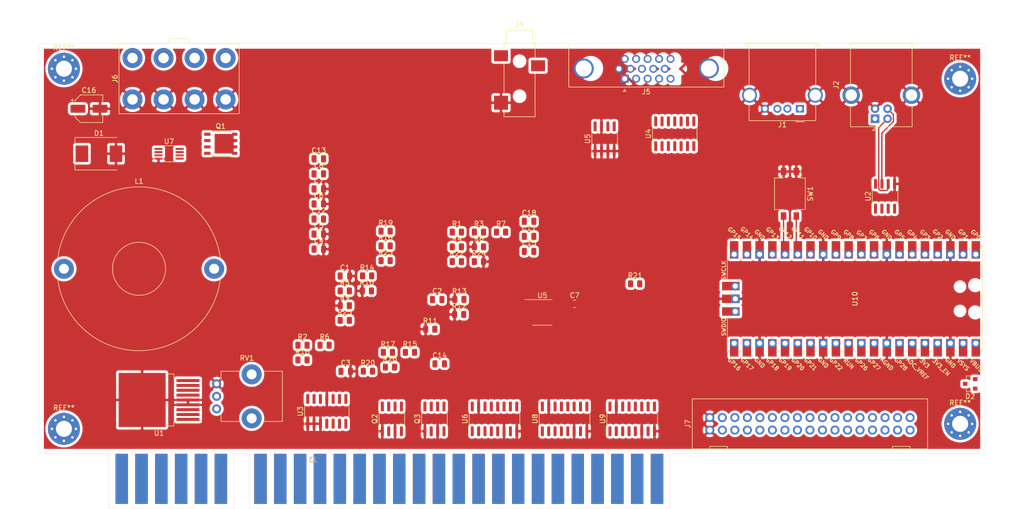
<source format=kicad_pcb>
(kicad_pcb (version 20171130) (host pcbnew 5.1.9-1.fc33)
  (layers (0 F.Cu signal) (31 B.Cu signal) (34 B.Paste user) (35 F.Paste user) (36 B.SilkS user) (37 F.SilkS user) (38 B.Mask user) (39 F.Mask user) (44 Edge.Cuts user))
  (net 0 "")
  (net 1 GND)
  (net 2 +12V)
  (net 3 "Net-(C2-Pad2)")
  (net 4 "Net-(C2-Pad1)")
  (net 5 +5V)
  (net 6 "Net-(C4-Pad1)")
  (net 7 "Net-(C7-Pad1)")
  (net 8 "Net-(C8-Pad2)")
  (net 9 "Net-(C8-Pad1)")
  (net 10 "Net-(C12-Pad2)")
  (net 11 "Net-(C15-Pad2)")
  (net 12 +3V3)
  (net 13 "Net-(C17-Pad2)")
  (net 14 "Net-(C18-Pad1)")
  (net 15 "Net-(D1-Pad1)")
  (net 16 "Net-(D2-Pad2)")
  (net 17 "Net-(D2-Pad1)")
  (net 18 "Net-(J1-Pad1)")
  (net 19 "Net-(J1-Pad2)")
  (net 20 "Net-(J1-Pad3)")
  (net 21 "Net-(J2-Pad1)")
  (net 22 /p2_4)
  (net 23 /p2start)
  (net 24 "Net-(J3-PadR)")
  (net 25 "Net-(J3-PadS)")
  (net 26 /p2select)
  (net 27 /lockout1)
  (net 28 /p2up)
  (net 29 /jamma_green)
  (net 30 /p2right)
  (net 31 /jamma_sync)
  (net 32 /p2left)
  (net 33 -5V)
  (net 34 /c2)
  (net 35 /p2down)
  (net 36 /p2_3)
  (net 37 /meter1)
  (net 38 /p2_1)
  (net 39 "Net-(J3-PadM)")
  (net 40 /p2_2)
  (net 41 /p1select)
  (net 42 /p1_4)
  (net 43 /p1_3)
  (net 44 /p1_2)
  (net 45 /p1_1)
  (net 46 /p1right)
  (net 47 /p1left)
  (net 48 /p1down)
  (net 49 /p1up)
  (net 50 /p1start)
  (net 51 /c1)
  (net 52 "Net-(J3-Pad15)")
  (net 53 /jamma_blue)
  (net 54 /jamma_red)
  (net 55 "Net-(J3-Pad11)")
  (net 56 /speaker+)
  (net 57 /lockout2)
  (net 58 /meter2)
  (net 59 "Net-(J5-Pad15)")
  (net 60 "Net-(J5-Pad14)")
  (net 61 /vga_hsync)
  (net 62 "Net-(J5-Pad12)")
  (net 63 /vga_vsync)
  (net 64 "Net-(J5-Pad4)")
  (net 65 /vga_blue)
  (net 66 /vga_green)
  (net 67 /vga_red)
  (net 68 "Net-(J6-Pad1)")
  (net 69 "Net-(J7-Pad1)")
  (net 70 "Net-(J7-Pad2)")
  (net 71 "Net-(J7-Pad3)")
  (net 72 "Net-(J7-Pad4)")
  (net 73 "Net-(J7-Pad5)")
  (net 74 "Net-(J7-Pad6)")
  (net 75 "Net-(J7-Pad7)")
  (net 76 "Net-(J7-Pad8)")
  (net 77 /p2_6)
  (net 78 "Net-(J7-Pad10)")
  (net 79 "Net-(J7-Pad11)")
  (net 80 "Net-(J7-Pad12)")
  (net 81 "Net-(J7-Pad13)")
  (net 82 "Net-(J7-Pad14)")
  (net 83 /p1_6)
  (net 84 "Net-(J7-Pad16)")
  (net 85 /p1_5)
  (net 86 "Net-(J7-Pad18)")
  (net 87 "Net-(J7-Pad20)")
  (net 88 "Net-(J7-Pad22)")
  (net 89 /p2_5)
  (net 90 "Net-(J7-Pad24)")
  (net 91 "Net-(J7-Pad25)")
  (net 92 "Net-(J7-Pad26)")
  (net 93 "Net-(J7-Pad27)")
  (net 94 "Net-(J7-Pad28)")
  (net 95 "Net-(J7-Pad29)")
  (net 96 "Net-(J7-Pad30)")
  (net 97 "Net-(J7-Pad31)")
  (net 98 "Net-(J7-Pad32)")
  (net 99 "Net-(L1-Pad1)")
  (net 100 "Net-(Q1-Pad4)")
  (net 101 /lockout1_ctl)
  (net 102 /meter1_ctl)
  (net 103 /lockout2_ctl)
  (net 104 /meter2_ctl)
  (net 105 /speaker-)
  (net 106 "Net-(R1-Pad1)")
  (net 107 "Net-(R2-Pad2)")
  (net 108 "Net-(R2-Pad1)")
  (net 109 "Net-(R11-Pad2)")
  (net 110 "Net-(R12-Pad2)")
  (net 111 "Net-(R13-Pad2)")
  (net 112 "Net-(R14-Pad1)")
  (net 113 "Net-(R15-Pad1)")
  (net 114 "Net-(R16-Pad1)")
  (net 115 "Net-(R25-Pad1)")
  (net 116 "Net-(SW1-Pad4)")
  (net 117 "Net-(SW1-Pad3)")
  (net 118 /jvs_tx)
  (net 119 /jvs_de)
  (net 120 /jvs_re)
  (net 121 /jvs_rx)
  (net 122 "Net-(U4-Pad3)")
  (net 123 "Net-(U6-Pad14)")
  (net 124 "Net-(U6-Pad13)")
  (net 125 "Net-(U6-Pad12)")
  (net 126 "Net-(U6-Pad11)")
  (net 127 "Net-(U6-Pad10)")
  (net 128 /sr_clr)
  (net 129 /sr_clk)
  (net 130 "Net-(U6-Pad5)")
  (net 131 "Net-(U6-Pad4)")
  (net 132 "Net-(U6-Pad3)")
  (net 133 "Net-(U6-Pad2)")
  (net 134 "Net-(U6-Pad1)")
  (net 135 "Net-(U8-Pad14)")
  (net 136 "Net-(U8-Pad13)")
  (net 137 "Net-(U8-Pad12)")
  (net 138 "Net-(U8-Pad11)")
  (net 139 "Net-(U8-Pad10)")
  (net 140 "Net-(U8-Pad5)")
  (net 141 "Net-(U8-Pad4)")
  (net 142 "Net-(U8-Pad3)")
  (net 143 "Net-(U8-Pad2)")
  (net 144 "Net-(U9-Pad14)")
  (net 145 /sr_data)
  (net 146 "Net-(U9-Pad12)")
  (net 147 "Net-(U9-Pad11)")
  (net 148 "Net-(U9-Pad10)")
  (net 149 "Net-(U9-Pad5)")
  (net 150 "Net-(U9-Pad4)")
  (net 151 "Net-(U9-Pad3)")
  (net 152 "Net-(U9-Pad2)")
  (net 153 "Net-(U10-Pad43)")
  (net 154 "Net-(U10-Pad41)")
  (net 155 "Net-(U10-Pad21)")
  (net 156 "Net-(U10-Pad22)")
  (net 157 "Net-(U10-Pad24)")
  (net 158 "Net-(U10-Pad25)")
  (net 159 "Net-(U10-Pad26)")
  (net 160 "Net-(U10-Pad27)")
  (net 161 "Net-(U10-Pad29)")
  (net 162 "Net-(U10-Pad30)")
  (net 163 "Net-(U10-Pad31)")
  (net 164 "Net-(U10-Pad32)")
  (net 165 "Net-(U10-Pad34)")
  (net 166 "Net-(U10-Pad35)")
  (net 167 "Net-(U10-Pad37)")
  (net 168 "Net-(U10-Pad40)")
  (net 169 "Net-(U10-Pad20)")
  (net 170 "Net-(U10-Pad19)")
  (net 171 "Net-(U10-Pad17)")
  (module Connector_Dsub:DSUB-15-HD_Female_Horizontal_P2.29x1.98mm_EdgePinOffset3.03mm_Housed_MountingHolesOffset4.94mm (layer F.Cu) (at 189 72 180)
    (fp_text reference J5 (at -4.315 -2.61) (layer F.SilkS))
    (fp_text value DB15_Female_HighDensity)
    (pad 0 thru_hole circle (at 8.185 2.05 180) (size 4 4) (drill 3.2) (layers *.Cu *.Mask))
    (pad 0 thru_hole circle (at -16.815 2.05 180) (size 4 4) (drill 3.2) (layers *.Cu *.Mask))
    (pad 15 thru_hole circle (at -9.16 3.96 180) (size 1.6 1.6) (drill 1) (layers *.Cu *.Mask) (net 59 "Net-(J5-Pad15)"))
    (pad 14 thru_hole circle (at -6.87 3.96 180) (size 1.6 1.6) (drill 1) (layers *.Cu *.Mask) (net 60 "Net-(J5-Pad14)"))
    (pad 13 thru_hole circle (at -4.58 3.96 180) (size 1.6 1.6) (drill 1) (layers *.Cu *.Mask) (net 61 /vga_hsync))
    (pad 12 thru_hole circle (at -2.29 3.96 180) (size 1.6 1.6) (drill 1) (layers *.Cu *.Mask) (net 62 "Net-(J5-Pad12)"))
    (pad 11 thru_hole circle (at 0 3.96 180) (size 1.6 1.6) (drill 1) (layers *.Cu *.Mask) (net 63 /vga_vsync))
    (pad 10 thru_hole circle (at -8.015 1.98 180) (size 1.6 1.6) (drill 1) (layers *.Cu *.Mask) (net 1 GND))
    (pad 9 thru_hole circle (at -5.725 1.98 180) (size 1.6 1.6) (drill 1) (layers *.Cu *.Mask) (net 7 "Net-(C7-Pad1)"))
    (pad 8 thru_hole circle (at -3.435 1.98 180) (size 1.6 1.6) (drill 1) (layers *.Cu *.Mask) (net 1 GND))
    (pad 7 thru_hole circle (at -1.145 1.98 180) (size 1.6 1.6) (drill 1) (layers *.Cu *.Mask) (net 1 GND))
    (pad 6 thru_hole circle (at 1.145 1.98 180) (size 1.6 1.6) (drill 1) (layers *.Cu *.Mask) (net 1 GND))
    (pad 5 thru_hole circle (at -9.16 0 180) (size 1.6 1.6) (drill 1) (layers *.Cu *.Mask) (net 1 GND))
    (pad 4 thru_hole circle (at -6.87 0 180) (size 1.6 1.6) (drill 1) (layers *.Cu *.Mask) (net 64 "Net-(J5-Pad4)"))
    (pad 3 thru_hole circle (at -4.58 0 180) (size 1.6 1.6) (drill 1) (layers *.Cu *.Mask) (net 65 /vga_blue))
    (pad 2 thru_hole circle (at -2.29 0 180) (size 1.6 1.6) (drill 1) (layers *.Cu *.Mask) (net 66 /vga_green))
    (pad 1 thru_hole rect (at 0 0 180) (size 1.6 1.6) (drill 1) (layers *.Cu *.Mask) (net 67 /vga_red))
  )
  (module Package_SO:SOIC-8_3.9x4.9mm_P1.27mm (layer F.Cu) (at 172.55 118.72)
    (fp_text reference U5 (at 0 -3.4) (layer F.SilkS))
    (fp_text value AD813)
    (pad 8 smd roundrect (at 2.475 -1.905) (size 1.95 0.6) (layers F.Cu F.Paste F.Mask) (net 7 "Net-(C7-Pad1)"))
    (pad 7 smd roundrect (at 2.475 -0.635) (size 1.95 0.6) (layers F.Cu F.Paste F.Mask) (net 1 GND))
    (pad 6 smd roundrect (at 2.475 0.635) (size 1.95 0.6) (layers F.Cu F.Paste F.Mask) (net 59 "Net-(J5-Pad15)"))
    (pad 5 smd roundrect (at 2.475 1.905) (size 1.95 0.6) (layers F.Cu F.Paste F.Mask) (net 62 "Net-(J5-Pad12)"))
    (pad 4 smd roundrect (at -2.475 1.905) (size 1.95 0.6) (layers F.Cu F.Paste F.Mask) (net 1 GND))
    (pad 3 smd roundrect (at -2.475 0.635) (size 1.95 0.6) (layers F.Cu F.Paste F.Mask) (net 1 GND))
    (pad 2 smd roundrect (at -2.475 -0.635) (size 1.95 0.6) (layers F.Cu F.Paste F.Mask) (net 1 GND))
    (pad 1 smd roundrect (at -2.475 -1.905) (size 1.95 0.6) (layers F.Cu F.Paste F.Mask) (net 1 GND))
  )
  (module Capacitor_SMD:C_0805_2012Metric (layer F.Cu) (at 179 117)
    (fp_text reference C7 (at 0 -1.68) (layer F.SilkS))
    (fp_text value 0.1uF)
    (pad 2 smd roundrect (at 0.95 0) (size 1 1.45) (layers F.Cu F.Paste F.Mask) (net 1 GND))
    (pad 1 smd roundrect (at -0.95 0) (size 1 1.45) (layers F.Cu F.Paste F.Mask) (net 7 "Net-(C7-Pad1)"))
  )
  (module MountingHole:MountingHole_3.2mm_M3_Pad_Via (layer F.Cu) (at 77 70)
    (fp_text reference REF** (at 0 -4.2) (layer F.SilkS))
    (fp_text value MountingHole_3.2mm_M3_Pad_Via)
    (pad 1 thru_hole circle (at 0 0) (size 6.4 6.4) (drill 3.2) (layers *.Cu *.Mask))
    (pad 1 thru_hole circle (at 2.4 0) (size 0.8 0.8) (drill 0.5) (layers *.Cu *.Mask))
    (pad 1 thru_hole circle (at 1.697056 1.697056) (size 0.8 0.8) (drill 0.5) (layers *.Cu *.Mask))
    (pad 1 thru_hole circle (at 0 2.4) (size 0.8 0.8) (drill 0.5) (layers *.Cu *.Mask))
    (pad 1 thru_hole circle (at -1.697056 1.697056) (size 0.8 0.8) (drill 0.5) (layers *.Cu *.Mask))
    (pad 1 thru_hole circle (at -2.4 0) (size 0.8 0.8) (drill 0.5) (layers *.Cu *.Mask))
    (pad 1 thru_hole circle (at -1.697056 -1.697056) (size 0.8 0.8) (drill 0.5) (layers *.Cu *.Mask))
    (pad 1 thru_hole circle (at 0 -2.4) (size 0.8 0.8) (drill 0.5) (layers *.Cu *.Mask))
    (pad 1 thru_hole circle (at 1.697056 -1.697056) (size 0.8 0.8) (drill 0.5) (layers *.Cu *.Mask))
  )
  (module MountingHole:MountingHole_3.2mm_M3_Pad_Via (layer F.Cu) (at 77 142)
    (fp_text reference REF** (at 0 -4.2) (layer F.SilkS))
    (fp_text value MountingHole_3.2mm_M3_Pad_Via)
    (pad 1 thru_hole circle (at 0 0) (size 6.4 6.4) (drill 3.2) (layers *.Cu *.Mask))
    (pad 1 thru_hole circle (at 2.4 0) (size 0.8 0.8) (drill 0.5) (layers *.Cu *.Mask))
    (pad 1 thru_hole circle (at 1.697056 1.697056) (size 0.8 0.8) (drill 0.5) (layers *.Cu *.Mask))
    (pad 1 thru_hole circle (at 0 2.4) (size 0.8 0.8) (drill 0.5) (layers *.Cu *.Mask))
    (pad 1 thru_hole circle (at -1.697056 1.697056) (size 0.8 0.8) (drill 0.5) (layers *.Cu *.Mask))
    (pad 1 thru_hole circle (at -2.4 0) (size 0.8 0.8) (drill 0.5) (layers *.Cu *.Mask))
    (pad 1 thru_hole circle (at -1.697056 -1.697056) (size 0.8 0.8) (drill 0.5) (layers *.Cu *.Mask))
    (pad 1 thru_hole circle (at 0 -2.4) (size 0.8 0.8) (drill 0.5) (layers *.Cu *.Mask))
    (pad 1 thru_hole circle (at 1.697056 -1.697056) (size 0.8 0.8) (drill 0.5) (layers *.Cu *.Mask))
  )
  (module MountingHole:MountingHole_3.2mm_M3_Pad_Via (layer F.Cu) (at 256 72)
    (fp_text reference REF** (at 0 -4.2) (layer F.SilkS))
    (fp_text value MountingHole_3.2mm_M3_Pad_Via)
    (pad 1 thru_hole circle (at 0 0) (size 6.4 6.4) (drill 3.2) (layers *.Cu *.Mask))
    (pad 1 thru_hole circle (at 2.4 0) (size 0.8 0.8) (drill 0.5) (layers *.Cu *.Mask))
    (pad 1 thru_hole circle (at 1.697056 1.697056) (size 0.8 0.8) (drill 0.5) (layers *.Cu *.Mask))
    (pad 1 thru_hole circle (at 0 2.4) (size 0.8 0.8) (drill 0.5) (layers *.Cu *.Mask))
    (pad 1 thru_hole circle (at -1.697056 1.697056) (size 0.8 0.8) (drill 0.5) (layers *.Cu *.Mask))
    (pad 1 thru_hole circle (at -2.4 0) (size 0.8 0.8) (drill 0.5) (layers *.Cu *.Mask))
    (pad 1 thru_hole circle (at -1.697056 -1.697056) (size 0.8 0.8) (drill 0.5) (layers *.Cu *.Mask))
    (pad 1 thru_hole circle (at 0 -2.4) (size 0.8 0.8) (drill 0.5) (layers *.Cu *.Mask))
    (pad 1 thru_hole circle (at 1.697056 -1.697056) (size 0.8 0.8) (drill 0.5) (layers *.Cu *.Mask))
  )
  (module MountingHole:MountingHole_3.2mm_M3_Pad_Via (layer F.Cu) (at 256 141)
    (fp_text reference REF** (at 0 -4.2) (layer F.SilkS))
    (fp_text value MountingHole_3.2mm_M3_Pad_Via)
    (pad 1 thru_hole circle (at 1.697056 -1.697056) (size 0.8 0.8) (drill 0.5) (layers *.Cu *.Mask))
    (pad 1 thru_hole circle (at 0 -2.4) (size 0.8 0.8) (drill 0.5) (layers *.Cu *.Mask))
    (pad 1 thru_hole circle (at -1.697056 -1.697056) (size 0.8 0.8) (drill 0.5) (layers *.Cu *.Mask))
    (pad 1 thru_hole circle (at -2.4 0) (size 0.8 0.8) (drill 0.5) (layers *.Cu *.Mask))
    (pad 1 thru_hole circle (at -1.697056 1.697056) (size 0.8 0.8) (drill 0.5) (layers *.Cu *.Mask))
    (pad 1 thru_hole circle (at 0 2.4) (size 0.8 0.8) (drill 0.5) (layers *.Cu *.Mask))
    (pad 1 thru_hole circle (at 1.697056 1.697056) (size 0.8 0.8) (drill 0.5) (layers *.Cu *.Mask))
    (pad 1 thru_hole circle (at 2.4 0) (size 0.8 0.8) (drill 0.5) (layers *.Cu *.Mask))
    (pad 1 thru_hole circle (at 0 0) (size 6.4 6.4) (drill 3.2) (layers *.Cu *.Mask))
  )
  (module Connector_USB:USB_A_Molex_67643_Horizontal (layer F.Cu) (at 224 78 180)
    (fp_text reference J1 (at 3.5 -3.19) (layer F.SilkS))
    (fp_text value USB_A)
    (pad 4 thru_hole circle (at 7 0 180) (size 1.6 1.6) (drill 0.95) (layers *.Cu *.Mask) (net 1 GND))
    (pad 3 thru_hole circle (at 4.5 0 180) (size 1.6 1.6) (drill 0.95) (layers *.Cu *.Mask) (net 20 "Net-(J1-Pad3)"))
    (pad 2 thru_hole circle (at 2.5 0 180) (size 1.6 1.6) (drill 0.95) (layers *.Cu *.Mask) (net 19 "Net-(J1-Pad2)"))
    (pad 1 thru_hole rect (at 0 0 180) (size 1.6 1.5) (drill 0.95) (layers *.Cu *.Mask) (net 18 "Net-(J1-Pad1)"))
    (pad 5 thru_hole circle (at 10.07 2.71 180) (size 3 3) (drill 2.3) (layers *.Cu *.Mask) (net 1 GND))
    (pad 5 thru_hole circle (at -3.07 2.71 180) (size 3 3) (drill 2.3) (layers *.Cu *.Mask) (net 1 GND))
  )
  (module Package_SO:SOIC-8_3.9x4.9mm_P1.27mm (layer F.Cu) (at 185 84 90)
    (fp_text reference U5 (at 0 -3.4 90) (layer F.SilkS))
    (fp_text value AD813)
    (pad 8 smd roundrect (at 2.475 -1.905 90) (size 1.95 0.6) (layers F.Cu F.Paste F.Mask) (net 7 "Net-(C7-Pad1)"))
    (pad 7 smd roundrect (at 2.475 -0.635 90) (size 1.95 0.6) (layers F.Cu F.Paste F.Mask) (net 1 GND))
    (pad 6 smd roundrect (at 2.475 0.635 90) (size 1.95 0.6) (layers F.Cu F.Paste F.Mask) (net 59 "Net-(J5-Pad15)"))
    (pad 5 smd roundrect (at 2.475 1.905 90) (size 1.95 0.6) (layers F.Cu F.Paste F.Mask) (net 62 "Net-(J5-Pad12)"))
    (pad 4 smd roundrect (at -2.475 1.905 90) (size 1.95 0.6) (layers F.Cu F.Paste F.Mask) (net 1 GND))
    (pad 3 smd roundrect (at -2.475 0.635 90) (size 1.95 0.6) (layers F.Cu F.Paste F.Mask) (net 1 GND))
    (pad 2 smd roundrect (at -2.475 -0.635 90) (size 1.95 0.6) (layers F.Cu F.Paste F.Mask) (net 1 GND))
    (pad 1 smd roundrect (at -2.475 -1.905 90) (size 1.95 0.6) (layers F.Cu F.Paste F.Mask) (net 1 GND))
  )
  (module Package_SO:SOIC-8_3.9x4.9mm_P1.27mm (layer F.Cu) (at 241 95.5 90)
    (fp_text reference U2 (at 0 -3.4 90) (layer F.SilkS))
    (fp_text value ST485EB)
    (pad 8 smd roundrect (at 2.475 -1.905 90) (size 1.95 0.6) (layers F.Cu F.Paste F.Mask) (net 5 +5V))
    (pad 7 smd roundrect (at 2.475 -0.635 90) (size 1.95 0.6) (layers F.Cu F.Paste F.Mask) (net 20 "Net-(J1-Pad3)"))
    (pad 6 smd roundrect (at 2.475 0.635 90) (size 1.95 0.6) (layers F.Cu F.Paste F.Mask) (net 19 "Net-(J1-Pad2)"))
    (pad 5 smd roundrect (at 2.475 1.905 90) (size 1.95 0.6) (layers F.Cu F.Paste F.Mask) (net 1 GND))
    (pad 4 smd roundrect (at -2.475 1.905 90) (size 1.95 0.6) (layers F.Cu F.Paste F.Mask) (net 118 /jvs_tx))
    (pad 3 smd roundrect (at -2.475 0.635 90) (size 1.95 0.6) (layers F.Cu F.Paste F.Mask) (net 119 /jvs_de))
    (pad 2 smd roundrect (at -2.475 -0.635 90) (size 1.95 0.6) (layers F.Cu F.Paste F.Mask) (net 120 /jvs_re))
    (pad 1 smd roundrect (at -2.475 -1.905 90) (size 1.95 0.6) (layers F.Cu F.Paste F.Mask) (net 121 /jvs_rx))
  )
  (module Package_TO_SOT_SMD:TO-263-9_TabPin5 (layer F.Cu) (at 96 136.225 180)
    (fp_text reference U1 (at 0 -6.65) (layer F.SilkS))
    (fp_text value LM4950TS)
    (pad 9 smd rect (at -5.775 3.88 180) (size 4.6 0.61) (layers F.Cu F.Paste F.Mask) (net 106 "Net-(R1-Pad1)"))
    (pad 8 smd rect (at -5.775 2.91 180) (size 4.6 0.61) (layers F.Cu F.Paste F.Mask) (net 6 "Net-(C4-Pad1)"))
    (pad 7 smd rect (at -5.775 1.94 180) (size 4.6 0.61) (layers F.Cu F.Paste F.Mask) (net 105 /speaker-))
    (pad 6 smd rect (at -5.775 0.97 180) (size 4.6 0.61) (layers F.Cu F.Paste F.Mask) (net 2 +12V))
    (pad 5 smd rect (at -5.775 0 180) (size 4.6 0.61) (layers F.Cu F.Paste F.Mask) (net 1 GND))
    (pad 4 smd rect (at -5.775 -0.97 180) (size 4.6 0.61) (layers F.Cu F.Paste F.Mask) (net 1 GND))
    (pad 3 smd rect (at -5.775 -1.94 180) (size 4.6 0.61) (layers F.Cu F.Paste F.Mask) (net 56 /speaker+))
    (pad 2 smd rect (at -5.775 -2.91 180) (size 4.6 0.61) (layers F.Cu F.Paste F.Mask) (net 2 +12V))
    (pad 1 smd rect (at -5.775 -3.88 180) (size 4.6 0.61) (layers F.Cu F.Paste F.Mask) (net 108 "Net-(R2-Pad1)"))
    (pad 5 smd rect (at 3.375 0 180) (size 9.4 10.8) (layers F.Cu F.Mask) (net 1 GND))
  )
  (module MCU_RaspberryPi_and_Boards:RPi_Pico_SMD_TH (layer F.Cu) (at 235 116 270)
    (fp_text reference U10 (at 0 0 90) (layer F.SilkS))
    (fp_text value Pico)
    (fp_text user SWDIO (at 5.6 26.2 90) (layer F.SilkS) (effects (font (size 0.8 0.8))))
    (fp_text user SWCLK (at -5.7 26.2 90) (layer F.SilkS) (effects (font (size 0.8 0.8))))
    (fp_text user AGND (at 13.054 -6.35 135) (layer F.SilkS) (effects (font (size 0.8 0.8))))
    (fp_text user GND (at 12.8 -19.05 135) (layer F.SilkS) (effects (font (size 0.8 0.8))))
    (fp_text user GND (at 12.8 6.35 135) (layer F.SilkS) (effects (font (size 0.8 0.8))))
    (fp_text user GND (at 12.8 19.05 135) (layer F.SilkS) (effects (font (size 0.8 0.8))))
    (fp_text user GND (at -12.8 19.05 135) (layer F.SilkS) (effects (font (size 0.8 0.8))))
    (fp_text user GND (at -12.8 6.35 135) (layer F.SilkS) (effects (font (size 0.8 0.8))))
    (fp_text user GND (at -12.8 -6.35 135) (layer F.SilkS) (effects (font (size 0.8 0.8))))
    (fp_text user GND (at -12.8 -19.05 135) (layer F.SilkS) (effects (font (size 0.8 0.8))))
    (fp_text user VBUS (at 13.3 -24.2 135) (layer F.SilkS) (effects (font (size 0.8 0.8))))
    (fp_text user VSYS (at 13.2 -21.59 135) (layer F.SilkS) (effects (font (size 0.8 0.8))))
    (fp_text user 3V3_EN (at 13.7 -17.2 135) (layer F.SilkS) (effects (font (size 0.8 0.8))))
    (fp_text user 3V3 (at 12.9 -13.9 135) (layer F.SilkS) (effects (font (size 0.8 0.8))))
    (fp_text user ADC_VREF (at 14 -12.5 135) (layer F.SilkS) (effects (font (size 0.8 0.8))))
    (fp_text user GP28 (at 13.054 -9.144 135) (layer F.SilkS) (effects (font (size 0.8 0.8))))
    (fp_text user GP27 (at 13.054 -3.8 135) (layer F.SilkS) (effects (font (size 0.8 0.8))))
    (fp_text user GP26 (at 13.054 -1.27 135) (layer F.SilkS) (effects (font (size 0.8 0.8))))
    (fp_text user RUN (at 13 1.27 135) (layer F.SilkS) (effects (font (size 0.8 0.8))))
    (fp_text user GP22 (at 13.054 3.81 135) (layer F.SilkS) (effects (font (size 0.8 0.8))))
    (fp_text user GP21 (at 13.054 8.9 135) (layer F.SilkS) (effects (font (size 0.8 0.8))))
    (fp_text user GP20 (at 13.054 11.43 135) (layer F.SilkS) (effects (font (size 0.8 0.8))))
    (fp_text user GP19 (at 13.054 13.97 135) (layer F.SilkS) (effects (font (size 0.8 0.8))))
    (fp_text user GP18 (at 13.054 16.51 135) (layer F.SilkS) (effects (font (size 0.8 0.8))))
    (fp_text user GP17 (at 13.054 21.59 135) (layer F.SilkS) (effects (font (size 0.8 0.8))))
    (fp_text user GP16 (at 13.054 24.13 135) (layer F.SilkS) (effects (font (size 0.8 0.8))))
    (fp_text user GP15 (at -13.054 24.13 135) (layer F.SilkS) (effects (font (size 0.8 0.8))))
    (fp_text user GP14 (at -13.1 21.59 135) (layer F.SilkS) (effects (font (size 0.8 0.8))))
    (fp_text user GP13 (at -13.054 16.51 135) (layer F.SilkS) (effects (font (size 0.8 0.8))))
    (fp_text user GP12 (at -13.2 13.97 135) (layer F.SilkS) (effects (font (size 0.8 0.8))))
    (fp_text user GP11 (at -13.2 11.43 135) (layer F.SilkS) (effects (font (size 0.8 0.8))))
    (fp_text user GP10 (at -13.054 8.89 135) (layer F.SilkS) (effects (font (size 0.8 0.8))))
    (fp_text user GP9 (at -12.8 3.81 135) (layer F.SilkS) (effects (font (size 0.8 0.8))))
    (fp_text user GP8 (at -12.8 1.27 135) (layer F.SilkS) (effects (font (size 0.8 0.8))))
    (fp_text user GP7 (at -12.7 -1.3 135) (layer F.SilkS) (effects (font (size 0.8 0.8))))
    (fp_text user GP6 (at -12.8 -3.81 135) (layer F.SilkS) (effects (font (size 0.8 0.8))))
    (fp_text user GP5 (at -12.8 -8.89 135) (layer F.SilkS) (effects (font (size 0.8 0.8))))
    (fp_text user GP4 (at -12.8 -11.43 135) (layer F.SilkS) (effects (font (size 0.8 0.8))))
    (fp_text user GP3 (at -12.8 -13.97 135) (layer F.SilkS) (effects (font (size 0.8 0.8))))
    (fp_text user GP0 (at -12.8 -24.13 135) (layer F.SilkS) (effects (font (size 0.8 0.8))))
    (fp_text user GP2 (at -12.9 -16.51 135) (layer F.SilkS) (effects (font (size 0.8 0.8))))
    (fp_text user GP1 (at -12.9 -21.6 135) (layer F.SilkS) (effects (font (size 0.8 0.8))))
    (pad 43 thru_hole oval (at 2.54 23.9 270) (size 1.7 1.7) (drill 1.02) (layers *.Cu *.Mask) (net 153 "Net-(U10-Pad43)"))
    (pad 43 smd rect (at 2.54 23.9) (size 3.5 1.7) (drill (offset -0.9 0)) (layers F.Cu F.Mask) (net 153 "Net-(U10-Pad43)"))
    (pad 42 thru_hole rect (at 0 23.9 270) (size 1.7 1.7) (drill 1.02) (layers *.Cu *.Mask) (net 1 GND))
    (pad 42 smd rect (at 0 23.9) (size 3.5 1.7) (drill (offset -0.9 0)) (layers F.Cu F.Mask) (net 1 GND))
    (pad 41 thru_hole oval (at -2.54 23.9 270) (size 1.7 1.7) (drill 1.02) (layers *.Cu *.Mask) (net 154 "Net-(U10-Pad41)"))
    (pad 41 smd rect (at -2.54 23.9) (size 3.5 1.7) (drill (offset -0.9 0)) (layers F.Cu F.Mask) (net 154 "Net-(U10-Pad41)"))
    (pad "" np_thru_hole oval (at 2.425 -20.97 270) (size 1.5 1.5) (drill 1.5) (layers *.Cu *.Mask))
    (pad "" np_thru_hole oval (at -2.425 -20.97 270) (size 1.5 1.5) (drill 1.5) (layers *.Cu *.Mask))
    (pad "" np_thru_hole oval (at 2.725 -24 270) (size 1.8 1.8) (drill 1.8) (layers *.Cu *.Mask))
    (pad "" np_thru_hole oval (at -2.725 -24 270) (size 1.8 1.8) (drill 1.8) (layers *.Cu *.Mask))
    (pad 21 smd rect (at 8.89 24.13 270) (size 3.5 1.7) (drill (offset 0.9 0)) (layers F.Cu F.Mask) (net 155 "Net-(U10-Pad21)"))
    (pad 22 smd rect (at 8.89 21.59 270) (size 3.5 1.7) (drill (offset 0.9 0)) (layers F.Cu F.Mask) (net 156 "Net-(U10-Pad22)"))
    (pad 23 smd rect (at 8.89 19.05 270) (size 3.5 1.7) (drill (offset 0.9 0)) (layers F.Cu F.Mask) (net 1 GND))
    (pad 24 smd rect (at 8.89 16.51 270) (size 3.5 1.7) (drill (offset 0.9 0)) (layers F.Cu F.Mask) (net 157 "Net-(U10-Pad24)"))
    (pad 25 smd rect (at 8.89 13.97 270) (size 3.5 1.7) (drill (offset 0.9 0)) (layers F.Cu F.Mask) (net 158 "Net-(U10-Pad25)"))
    (pad 26 smd rect (at 8.89 11.43 270) (size 3.5 1.7) (drill (offset 0.9 0)) (layers F.Cu F.Mask) (net 159 "Net-(U10-Pad26)"))
    (pad 27 smd rect (at 8.89 8.89 270) (size 3.5 1.7) (drill (offset 0.9 0)) (layers F.Cu F.Mask) (net 160 "Net-(U10-Pad27)"))
    (pad 28 smd rect (at 8.89 6.35 270) (size 3.5 1.7) (drill (offset 0.9 0)) (layers F.Cu F.Mask) (net 1 GND))
    (pad 29 smd rect (at 8.89 3.81 270) (size 3.5 1.7) (drill (offset 0.9 0)) (layers F.Cu F.Mask) (net 161 "Net-(U10-Pad29)"))
    (pad 30 smd rect (at 8.89 1.27 270) (size 3.5 1.7) (drill (offset 0.9 0)) (layers F.Cu F.Mask) (net 162 "Net-(U10-Pad30)"))
    (pad 31 smd rect (at 8.89 -1.27 270) (size 3.5 1.7) (drill (offset 0.9 0)) (layers F.Cu F.Mask) (net 163 "Net-(U10-Pad31)"))
    (pad 32 smd rect (at 8.89 -3.81 270) (size 3.5 1.7) (drill (offset 0.9 0)) (layers F.Cu F.Mask) (net 164 "Net-(U10-Pad32)"))
    (pad 33 smd rect (at 8.89 -6.35 270) (size 3.5 1.7) (drill (offset 0.9 0)) (layers F.Cu F.Mask) (net 1 GND))
    (pad 34 smd rect (at 8.89 -8.89 270) (size 3.5 1.7) (drill (offset 0.9 0)) (layers F.Cu F.Mask) (net 165 "Net-(U10-Pad34)"))
    (pad 35 smd rect (at 8.89 -11.43 270) (size 3.5 1.7) (drill (offset 0.9 0)) (layers F.Cu F.Mask) (net 166 "Net-(U10-Pad35)"))
    (pad 36 smd rect (at 8.89 -13.97 270) (size 3.5 1.7) (drill (offset 0.9 0)) (layers F.Cu F.Mask) (net 12 +3V3))
    (pad 37 smd rect (at 8.89 -16.51 270) (size 3.5 1.7) (drill (offset 0.9 0)) (layers F.Cu F.Mask) (net 167 "Net-(U10-Pad37)"))
    (pad 38 smd rect (at 8.89 -19.05 270) (size 3.5 1.7) (drill (offset 0.9 0)) (layers F.Cu F.Mask) (net 1 GND))
    (pad 39 smd rect (at 8.89 -21.59 270) (size 3.5 1.7) (drill (offset 0.9 0)) (layers F.Cu F.Mask) (net 16 "Net-(D2-Pad2)"))
    (pad 40 smd rect (at 8.89 -24.13 270) (size 3.5 1.7) (drill (offset 0.9 0)) (layers F.Cu F.Mask) (net 168 "Net-(U10-Pad40)"))
    (pad 20 smd rect (at -8.89 24.13 270) (size 3.5 1.7) (drill (offset -0.9 0)) (layers F.Cu F.Mask) (net 169 "Net-(U10-Pad20)"))
    (pad 19 smd rect (at -8.89 21.59 270) (size 3.5 1.7) (drill (offset -0.9 0)) (layers F.Cu F.Mask) (net 170 "Net-(U10-Pad19)"))
    (pad 18 smd rect (at -8.89 19.05 270) (size 3.5 1.7) (drill (offset -0.9 0)) (layers F.Cu F.Mask) (net 1 GND))
    (pad 17 smd rect (at -8.89 16.51 270) (size 3.5 1.7) (drill (offset -0.9 0)) (layers F.Cu F.Mask) (net 171 "Net-(U10-Pad17)"))
    (pad 16 smd rect (at -8.89 13.97 270) (size 3.5 1.7) (drill (offset -0.9 0)) (layers F.Cu F.Mask) (net 117 "Net-(SW1-Pad3)"))
    (pad 15 smd rect (at -8.89 11.43 270) (size 3.5 1.7) (drill (offset -0.9 0)) (layers F.Cu F.Mask) (net 116 "Net-(SW1-Pad4)"))
    (pad 14 smd rect (at -8.89 8.89 270) (size 3.5 1.7) (drill (offset -0.9 0)) (layers F.Cu F.Mask) (net 103 /lockout2_ctl))
    (pad 13 smd rect (at -8.89 6.35 270) (size 3.5 1.7) (drill (offset -0.9 0)) (layers F.Cu F.Mask) (net 1 GND))
    (pad 12 smd rect (at -8.89 3.81 270) (size 3.5 1.7) (drill (offset -0.9 0)) (layers F.Cu F.Mask) (net 101 /lockout1_ctl))
    (pad 11 smd rect (at -8.89 1.27 270) (size 3.5 1.7) (drill (offset -0.9 0)) (layers F.Cu F.Mask) (net 104 /meter2_ctl))
    (pad 10 smd rect (at -8.89 -1.27 270) (size 3.5 1.7) (drill (offset -0.9 0)) (layers F.Cu F.Mask) (net 102 /meter1_ctl))
    (pad 9 smd rect (at -8.89 -3.81 270) (size 3.5 1.7) (drill (offset -0.9 0)) (layers F.Cu F.Mask) (net 145 /sr_data))
    (pad 8 smd rect (at -8.89 -6.35 270) (size 3.5 1.7) (drill (offset -0.9 0)) (layers F.Cu F.Mask) (net 1 GND))
    (pad 7 smd rect (at -8.89 -8.89 270) (size 3.5 1.7) (drill (offset -0.9 0)) (layers F.Cu F.Mask) (net 129 /sr_clk))
    (pad 6 smd rect (at -8.89 -11.43 270) (size 3.5 1.7) (drill (offset -0.9 0)) (layers F.Cu F.Mask) (net 128 /sr_clr))
    (pad 5 smd rect (at -8.89 -13.97 270) (size 3.5 1.7) (drill (offset -0.9 0)) (layers F.Cu F.Mask) (net 119 /jvs_de))
    (pad 4 smd rect (at -8.89 -16.51 270) (size 3.5 1.7) (drill (offset -0.9 0)) (layers F.Cu F.Mask) (net 120 /jvs_re))
    (pad 3 smd rect (at -8.89 -19.05 270) (size 3.5 1.7) (drill (offset -0.9 0)) (layers F.Cu F.Mask) (net 1 GND))
    (pad 2 smd rect (at -8.89 -21.59 270) (size 3.5 1.7) (drill (offset -0.9 0)) (layers F.Cu F.Mask) (net 118 /jvs_tx))
    (pad 1 smd rect (at -8.89 -24.13 270) (size 3.5 1.7) (drill (offset -0.9 0)) (layers F.Cu F.Mask) (net 121 /jvs_rx))
    (pad 40 thru_hole oval (at 8.89 -24.13 270) (size 1.7 1.7) (drill 1.02) (layers *.Cu *.Mask) (net 168 "Net-(U10-Pad40)"))
    (pad 39 thru_hole oval (at 8.89 -21.59 270) (size 1.7 1.7) (drill 1.02) (layers *.Cu *.Mask) (net 16 "Net-(D2-Pad2)"))
    (pad 38 thru_hole rect (at 8.89 -19.05 270) (size 1.7 1.7) (drill 1.02) (layers *.Cu *.Mask) (net 1 GND))
    (pad 37 thru_hole oval (at 8.89 -16.51 270) (size 1.7 1.7) (drill 1.02) (layers *.Cu *.Mask) (net 167 "Net-(U10-Pad37)"))
    (pad 36 thru_hole oval (at 8.89 -13.97 270) (size 1.7 1.7) (drill 1.02) (layers *.Cu *.Mask) (net 12 +3V3))
    (pad 35 thru_hole oval (at 8.89 -11.43 270) (size 1.7 1.7) (drill 1.02) (layers *.Cu *.Mask) (net 166 "Net-(U10-Pad35)"))
    (pad 34 thru_hole oval (at 8.89 -8.89 270) (size 1.7 1.7) (drill 1.02) (layers *.Cu *.Mask) (net 165 "Net-(U10-Pad34)"))
    (pad 33 thru_hole rect (at 8.89 -6.35 270) (size 1.7 1.7) (drill 1.02) (layers *.Cu *.Mask) (net 1 GND))
    (pad 32 thru_hole oval (at 8.89 -3.81 270) (size 1.7 1.7) (drill 1.02) (layers *.Cu *.Mask) (net 164 "Net-(U10-Pad32)"))
    (pad 31 thru_hole oval (at 8.89 -1.27 270) (size 1.7 1.7) (drill 1.02) (layers *.Cu *.Mask) (net 163 "Net-(U10-Pad31)"))
    (pad 30 thru_hole oval (at 8.89 1.27 270) (size 1.7 1.7) (drill 1.02) (layers *.Cu *.Mask) (net 162 "Net-(U10-Pad30)"))
    (pad 29 thru_hole oval (at 8.89 3.81 270) (size 1.7 1.7) (drill 1.02) (layers *.Cu *.Mask) (net 161 "Net-(U10-Pad29)"))
    (pad 28 thru_hole rect (at 8.89 6.35 270) (size 1.7 1.7) (drill 1.02) (layers *.Cu *.Mask) (net 1 GND))
    (pad 27 thru_hole oval (at 8.89 8.89 270) (size 1.7 1.7) (drill 1.02) (layers *.Cu *.Mask) (net 160 "Net-(U10-Pad27)"))
    (pad 26 thru_hole oval (at 8.89 11.43 270) (size 1.7 1.7) (drill 1.02) (layers *.Cu *.Mask) (net 159 "Net-(U10-Pad26)"))
    (pad 25 thru_hole oval (at 8.89 13.97 270) (size 1.7 1.7) (drill 1.02) (layers *.Cu *.Mask) (net 158 "Net-(U10-Pad25)"))
    (pad 24 thru_hole oval (at 8.89 16.51 270) (size 1.7 1.7) (drill 1.02) (layers *.Cu *.Mask) (net 157 "Net-(U10-Pad24)"))
    (pad 23 thru_hole rect (at 8.89 19.05 270) (size 1.7 1.7) (drill 1.02) (layers *.Cu *.Mask) (net 1 GND))
    (pad 22 thru_hole oval (at 8.89 21.59 270) (size 1.7 1.7) (drill 1.02) (layers *.Cu *.Mask) (net 156 "Net-(U10-Pad22)"))
    (pad 21 thru_hole oval (at 8.89 24.13 270) (size 1.7 1.7) (drill 1.02) (layers *.Cu *.Mask) (net 155 "Net-(U10-Pad21)"))
    (pad 20 thru_hole oval (at -8.89 24.13 270) (size 1.7 1.7) (drill 1.02) (layers *.Cu *.Mask) (net 169 "Net-(U10-Pad20)"))
    (pad 19 thru_hole oval (at -8.89 21.59 270) (size 1.7 1.7) (drill 1.02) (layers *.Cu *.Mask) (net 170 "Net-(U10-Pad19)"))
    (pad 18 thru_hole rect (at -8.89 19.05 270) (size 1.7 1.7) (drill 1.02) (layers *.Cu *.Mask) (net 1 GND))
    (pad 17 thru_hole oval (at -8.89 16.51 270) (size 1.7 1.7) (drill 1.02) (layers *.Cu *.Mask) (net 171 "Net-(U10-Pad17)"))
    (pad 16 thru_hole oval (at -8.89 13.97 270) (size 1.7 1.7) (drill 1.02) (layers *.Cu *.Mask) (net 117 "Net-(SW1-Pad3)"))
    (pad 15 thru_hole oval (at -8.89 11.43 270) (size 1.7 1.7) (drill 1.02) (layers *.Cu *.Mask) (net 116 "Net-(SW1-Pad4)"))
    (pad 14 thru_hole oval (at -8.89 8.89 270) (size 1.7 1.7) (drill 1.02) (layers *.Cu *.Mask) (net 103 /lockout2_ctl))
    (pad 13 thru_hole rect (at -8.89 6.35 270) (size 1.7 1.7) (drill 1.02) (layers *.Cu *.Mask) (net 1 GND))
    (pad 12 thru_hole oval (at -8.89 3.81 270) (size 1.7 1.7) (drill 1.02) (layers *.Cu *.Mask) (net 101 /lockout1_ctl))
    (pad 11 thru_hole oval (at -8.89 1.27 270) (size 1.7 1.7) (drill 1.02) (layers *.Cu *.Mask) (net 104 /meter2_ctl))
    (pad 10 thru_hole oval (at -8.89 -1.27 270) (size 1.7 1.7) (drill 1.02) (layers *.Cu *.Mask) (net 102 /meter1_ctl))
    (pad 9 thru_hole oval (at -8.89 -3.81 270) (size 1.7 1.7) (drill 1.02) (layers *.Cu *.Mask) (net 145 /sr_data))
    (pad 8 thru_hole rect (at -8.89 -6.35 270) (size 1.7 1.7) (drill 1.02) (layers *.Cu *.Mask) (net 1 GND))
    (pad 7 thru_hole oval (at -8.89 -8.89 270) (size 1.7 1.7) (drill 1.02) (layers *.Cu *.Mask) (net 129 /sr_clk))
    (pad 6 thru_hole oval (at -8.89 -11.43 270) (size 1.7 1.7) (drill 1.02) (layers *.Cu *.Mask) (net 128 /sr_clr))
    (pad 5 thru_hole oval (at -8.89 -13.97 270) (size 1.7 1.7) (drill 1.02) (layers *.Cu *.Mask) (net 119 /jvs_de))
    (pad 4 thru_hole oval (at -8.89 -16.51 270) (size 1.7 1.7) (drill 1.02) (layers *.Cu *.Mask) (net 120 /jvs_re))
    (pad 3 thru_hole rect (at -8.89 -19.05 270) (size 1.7 1.7) (drill 1.02) (layers *.Cu *.Mask) (net 1 GND))
    (pad 2 thru_hole oval (at -8.89 -21.59 270) (size 1.7 1.7) (drill 1.02) (layers *.Cu *.Mask) (net 118 /jvs_tx))
    (pad 1 thru_hole oval (at -8.89 -24.13 270) (size 1.7 1.7) (drill 1.02) (layers *.Cu *.Mask) (net 121 /jvs_rx))
  )
  (module Package_SO:SOIC-16_3.9x9.9mm_P1.27mm (layer F.Cu) (at 190.5 140 90)
    (fp_text reference U9 (at 0 -5.9 90) (layer F.SilkS))
    (fp_text value 74LV166)
    (pad 16 smd roundrect (at 2.475 -4.445 90) (size 1.95 0.6) (layers F.Cu F.Paste F.Mask) (net 12 +3V3))
    (pad 15 smd roundrect (at 2.475 -3.175 90) (size 1.95 0.6) (layers F.Cu F.Paste F.Mask) (net 1 GND))
    (pad 14 smd roundrect (at 2.475 -1.905 90) (size 1.95 0.6) (layers F.Cu F.Paste F.Mask) (net 144 "Net-(U9-Pad14)"))
    (pad 13 smd roundrect (at 2.475 -0.635 90) (size 1.95 0.6) (layers F.Cu F.Paste F.Mask) (net 145 /sr_data))
    (pad 12 smd roundrect (at 2.475 0.635 90) (size 1.95 0.6) (layers F.Cu F.Paste F.Mask) (net 146 "Net-(U9-Pad12)"))
    (pad 11 smd roundrect (at 2.475 1.905 90) (size 1.95 0.6) (layers F.Cu F.Paste F.Mask) (net 147 "Net-(U9-Pad11)"))
    (pad 10 smd roundrect (at 2.475 3.175 90) (size 1.95 0.6) (layers F.Cu F.Paste F.Mask) (net 148 "Net-(U9-Pad10)"))
    (pad 9 smd roundrect (at 2.475 4.445 90) (size 1.95 0.6) (layers F.Cu F.Paste F.Mask) (net 128 /sr_clr))
    (pad 8 smd roundrect (at -2.475 4.445 90) (size 1.95 0.6) (layers F.Cu F.Paste F.Mask) (net 1 GND))
    (pad 7 smd roundrect (at -2.475 3.175 90) (size 1.95 0.6) (layers F.Cu F.Paste F.Mask) (net 129 /sr_clk))
    (pad 6 smd roundrect (at -2.475 1.905 90) (size 1.95 0.6) (layers F.Cu F.Paste F.Mask) (net 1 GND))
    (pad 5 smd roundrect (at -2.475 0.635 90) (size 1.95 0.6) (layers F.Cu F.Paste F.Mask) (net 149 "Net-(U9-Pad5)"))
    (pad 4 smd roundrect (at -2.475 -0.635 90) (size 1.95 0.6) (layers F.Cu F.Paste F.Mask) (net 150 "Net-(U9-Pad4)"))
    (pad 3 smd roundrect (at -2.475 -1.905 90) (size 1.95 0.6) (layers F.Cu F.Paste F.Mask) (net 151 "Net-(U9-Pad3)"))
    (pad 2 smd roundrect (at -2.475 -3.175 90) (size 1.95 0.6) (layers F.Cu F.Paste F.Mask) (net 152 "Net-(U9-Pad2)"))
    (pad 1 smd roundrect (at -2.475 -4.445 90) (size 1.95 0.6) (layers F.Cu F.Paste F.Mask) (net 136 "Net-(U8-Pad13)"))
  )
  (module Package_SO:SOIC-16_3.9x9.9mm_P1.27mm (layer F.Cu) (at 177 140 90)
    (fp_text reference U8 (at 0 -5.9 90) (layer F.SilkS))
    (fp_text value 74LV166)
    (pad 16 smd roundrect (at 2.475 -4.445 90) (size 1.95 0.6) (layers F.Cu F.Paste F.Mask) (net 12 +3V3))
    (pad 15 smd roundrect (at 2.475 -3.175 90) (size 1.95 0.6) (layers F.Cu F.Paste F.Mask) (net 1 GND))
    (pad 14 smd roundrect (at 2.475 -1.905 90) (size 1.95 0.6) (layers F.Cu F.Paste F.Mask) (net 135 "Net-(U8-Pad14)"))
    (pad 13 smd roundrect (at 2.475 -0.635 90) (size 1.95 0.6) (layers F.Cu F.Paste F.Mask) (net 136 "Net-(U8-Pad13)"))
    (pad 12 smd roundrect (at 2.475 0.635 90) (size 1.95 0.6) (layers F.Cu F.Paste F.Mask) (net 137 "Net-(U8-Pad12)"))
    (pad 11 smd roundrect (at 2.475 1.905 90) (size 1.95 0.6) (layers F.Cu F.Paste F.Mask) (net 138 "Net-(U8-Pad11)"))
    (pad 10 smd roundrect (at 2.475 3.175 90) (size 1.95 0.6) (layers F.Cu F.Paste F.Mask) (net 139 "Net-(U8-Pad10)"))
    (pad 9 smd roundrect (at 2.475 4.445 90) (size 1.95 0.6) (layers F.Cu F.Paste F.Mask) (net 128 /sr_clr))
    (pad 8 smd roundrect (at -2.475 4.445 90) (size 1.95 0.6) (layers F.Cu F.Paste F.Mask) (net 1 GND))
    (pad 7 smd roundrect (at -2.475 3.175 90) (size 1.95 0.6) (layers F.Cu F.Paste F.Mask) (net 129 /sr_clk))
    (pad 6 smd roundrect (at -2.475 1.905 90) (size 1.95 0.6) (layers F.Cu F.Paste F.Mask) (net 1 GND))
    (pad 5 smd roundrect (at -2.475 0.635 90) (size 1.95 0.6) (layers F.Cu F.Paste F.Mask) (net 140 "Net-(U8-Pad5)"))
    (pad 4 smd roundrect (at -2.475 -0.635 90) (size 1.95 0.6) (layers F.Cu F.Paste F.Mask) (net 141 "Net-(U8-Pad4)"))
    (pad 3 smd roundrect (at -2.475 -1.905 90) (size 1.95 0.6) (layers F.Cu F.Paste F.Mask) (net 142 "Net-(U8-Pad3)"))
    (pad 2 smd roundrect (at -2.475 -3.175 90) (size 1.95 0.6) (layers F.Cu F.Paste F.Mask) (net 143 "Net-(U8-Pad2)"))
    (pad 1 smd roundrect (at -2.475 -4.445 90) (size 1.95 0.6) (layers F.Cu F.Paste F.Mask) (net 124 "Net-(U6-Pad13)"))
  )
  (module Package_SO:MSOP-8_3x3mm_P0.65mm (layer F.Cu) (at 98 87)
    (fp_text reference U7 (at 0 -2.45) (layer F.SilkS))
    (fp_text value LM25085MM)
    (pad 8 smd roundrect (at 2.1125 -0.975) (size 1.625 0.4) (layers F.Cu F.Paste F.Mask) (net 5 +5V))
    (pad 7 smd roundrect (at 2.1125 -0.325) (size 1.625 0.4) (layers F.Cu F.Paste F.Mask) (net 13 "Net-(C17-Pad2)"))
    (pad 6 smd roundrect (at 2.1125 0.325) (size 1.625 0.4) (layers F.Cu F.Paste F.Mask) (net 100 "Net-(Q1-Pad4)"))
    (pad 5 smd roundrect (at 2.1125 0.975) (size 1.625 0.4) (layers F.Cu F.Paste F.Mask) (net 99 "Net-(L1-Pad1)"))
    (pad 4 smd roundrect (at -2.1125 0.975) (size 1.625 0.4) (layers F.Cu F.Paste F.Mask) (net 1 GND))
    (pad 3 smd roundrect (at -2.1125 0.325) (size 1.625 0.4) (layers F.Cu F.Paste F.Mask) (net 11 "Net-(C15-Pad2)"))
    (pad 2 smd roundrect (at -2.1125 -0.325) (size 1.625 0.4) (layers F.Cu F.Paste F.Mask) (net 10 "Net-(C12-Pad2)"))
    (pad 1 smd roundrect (at -2.1125 -0.975) (size 1.625 0.4) (layers F.Cu F.Paste F.Mask) (net 5 +5V))
  )
  (module Package_SO:SOIC-16_3.9x9.9mm_P1.27mm (layer F.Cu) (at 163 140 90)
    (fp_text reference U6 (at 0 -5.9 90) (layer F.SilkS))
    (fp_text value 74LV166)
    (pad 16 smd roundrect (at 2.475 -4.445 90) (size 1.95 0.6) (layers F.Cu F.Paste F.Mask) (net 12 +3V3))
    (pad 15 smd roundrect (at 2.475 -3.175 90) (size 1.95 0.6) (layers F.Cu F.Paste F.Mask) (net 1 GND))
    (pad 14 smd roundrect (at 2.475 -1.905 90) (size 1.95 0.6) (layers F.Cu F.Paste F.Mask) (net 123 "Net-(U6-Pad14)"))
    (pad 13 smd roundrect (at 2.475 -0.635 90) (size 1.95 0.6) (layers F.Cu F.Paste F.Mask) (net 124 "Net-(U6-Pad13)"))
    (pad 12 smd roundrect (at 2.475 0.635 90) (size 1.95 0.6) (layers F.Cu F.Paste F.Mask) (net 125 "Net-(U6-Pad12)"))
    (pad 11 smd roundrect (at 2.475 1.905 90) (size 1.95 0.6) (layers F.Cu F.Paste F.Mask) (net 126 "Net-(U6-Pad11)"))
    (pad 10 smd roundrect (at 2.475 3.175 90) (size 1.95 0.6) (layers F.Cu F.Paste F.Mask) (net 127 "Net-(U6-Pad10)"))
    (pad 9 smd roundrect (at 2.475 4.445 90) (size 1.95 0.6) (layers F.Cu F.Paste F.Mask) (net 128 /sr_clr))
    (pad 8 smd roundrect (at -2.475 4.445 90) (size 1.95 0.6) (layers F.Cu F.Paste F.Mask) (net 1 GND))
    (pad 7 smd roundrect (at -2.475 3.175 90) (size 1.95 0.6) (layers F.Cu F.Paste F.Mask) (net 129 /sr_clk))
    (pad 6 smd roundrect (at -2.475 1.905 90) (size 1.95 0.6) (layers F.Cu F.Paste F.Mask) (net 1 GND))
    (pad 5 smd roundrect (at -2.475 0.635 90) (size 1.95 0.6) (layers F.Cu F.Paste F.Mask) (net 130 "Net-(U6-Pad5)"))
    (pad 4 smd roundrect (at -2.475 -0.635 90) (size 1.95 0.6) (layers F.Cu F.Paste F.Mask) (net 131 "Net-(U6-Pad4)"))
    (pad 3 smd roundrect (at -2.475 -1.905 90) (size 1.95 0.6) (layers F.Cu F.Paste F.Mask) (net 132 "Net-(U6-Pad3)"))
    (pad 2 smd roundrect (at -2.475 -3.175 90) (size 1.95 0.6) (layers F.Cu F.Paste F.Mask) (net 133 "Net-(U6-Pad2)"))
    (pad 1 smd roundrect (at -2.475 -4.445 90) (size 1.95 0.6) (layers F.Cu F.Paste F.Mask) (net 134 "Net-(U6-Pad1)"))
  )
  (module Package_SO:SOIC-14_3.9x8.7mm_P1.27mm (layer F.Cu) (at 199 83 90)
    (fp_text reference U4 (at 0 -5.28 90) (layer F.SilkS))
    (fp_text value 74LS86)
    (pad 14 smd roundrect (at 2.475 -3.81 90) (size 1.95 0.6) (layers F.Cu F.Paste F.Mask))
    (pad 13 smd roundrect (at 2.475 -2.54 90) (size 1.95 0.6) (layers F.Cu F.Paste F.Mask))
    (pad 12 smd roundrect (at 2.475 -1.27 90) (size 1.95 0.6) (layers F.Cu F.Paste F.Mask))
    (pad 11 smd roundrect (at 2.475 0 90) (size 1.95 0.6) (layers F.Cu F.Paste F.Mask))
    (pad 10 smd roundrect (at 2.475 1.27 90) (size 1.95 0.6) (layers F.Cu F.Paste F.Mask))
    (pad 9 smd roundrect (at 2.475 2.54 90) (size 1.95 0.6) (layers F.Cu F.Paste F.Mask))
    (pad 8 smd roundrect (at 2.475 3.81 90) (size 1.95 0.6) (layers F.Cu F.Paste F.Mask))
    (pad 7 smd roundrect (at -2.475 3.81 90) (size 1.95 0.6) (layers F.Cu F.Paste F.Mask))
    (pad 6 smd roundrect (at -2.475 2.54 90) (size 1.95 0.6) (layers F.Cu F.Paste F.Mask) (net 31 /jamma_sync))
    (pad 5 smd roundrect (at -2.475 1.27 90) (size 1.95 0.6) (layers F.Cu F.Paste F.Mask) (net 5 +5V))
    (pad 4 smd roundrect (at -2.475 0 90) (size 1.95 0.6) (layers F.Cu F.Paste F.Mask) (net 122 "Net-(U4-Pad3)"))
    (pad 3 smd roundrect (at -2.475 -1.27 90) (size 1.95 0.6) (layers F.Cu F.Paste F.Mask) (net 122 "Net-(U4-Pad3)"))
    (pad 2 smd roundrect (at -2.475 -2.54 90) (size 1.95 0.6) (layers F.Cu F.Paste F.Mask) (net 63 /vga_vsync))
    (pad 1 smd roundrect (at -2.475 -3.81 90) (size 1.95 0.6) (layers F.Cu F.Paste F.Mask) (net 61 /vga_hsync))
  )
  (module Package_SO:SOIC-14_3.9x8.7mm_P1.27mm (layer F.Cu) (at 129.5 138.5 90)
    (fp_text reference U3 (at 0 -5.28 90) (layer F.SilkS))
    (fp_text value AD813)
    (pad 14 smd roundrect (at 2.475 -3.81 90) (size 1.95 0.6) (layers F.Cu F.Paste F.Mask) (net 114 "Net-(R16-Pad1)"))
    (pad 13 smd roundrect (at 2.475 -2.54 90) (size 1.95 0.6) (layers F.Cu F.Paste F.Mask) (net 111 "Net-(R13-Pad2)"))
    (pad 12 smd roundrect (at 2.475 -1.27 90) (size 1.95 0.6) (layers F.Cu F.Paste F.Mask) (net 66 /vga_green))
    (pad 11 smd roundrect (at 2.475 0 90) (size 1.95 0.6) (layers F.Cu F.Paste F.Mask) (net 1 GND))
    (pad 10 smd roundrect (at 2.475 1.27 90) (size 1.95 0.6) (layers F.Cu F.Paste F.Mask) (net 65 /vga_blue))
    (pad 9 smd roundrect (at 2.475 2.54 90) (size 1.95 0.6) (layers F.Cu F.Paste F.Mask) (net 109 "Net-(R11-Pad2)"))
    (pad 8 smd roundrect (at 2.475 3.81 90) (size 1.95 0.6) (layers F.Cu F.Paste F.Mask) (net 112 "Net-(R14-Pad1)"))
    (pad 7 smd roundrect (at -2.475 3.81 90) (size 1.95 0.6) (layers F.Cu F.Paste F.Mask) (net 113 "Net-(R15-Pad1)"))
    (pad 6 smd roundrect (at -2.475 2.54 90) (size 1.95 0.6) (layers F.Cu F.Paste F.Mask) (net 110 "Net-(R12-Pad2)"))
    (pad 5 smd roundrect (at -2.475 1.27 90) (size 1.95 0.6) (layers F.Cu F.Paste F.Mask) (net 67 /vga_red))
    (pad 4 smd roundrect (at -2.475 0 90) (size 1.95 0.6) (layers F.Cu F.Paste F.Mask) (net 5 +5V))
    (pad 3 smd roundrect (at -2.475 -1.27 90) (size 1.95 0.6) (layers F.Cu F.Paste F.Mask) (net 1 GND))
    (pad 2 smd roundrect (at -2.475 -2.54 90) (size 1.95 0.6) (layers F.Cu F.Paste F.Mask) (net 1 GND))
    (pad 1 smd roundrect (at -2.475 -3.81 90) (size 1.95 0.6) (layers F.Cu F.Paste F.Mask) (net 1 GND))
  )
  (module Button_Switch_SMD:SW_DIP_SPSTx02_Slide_Omron_A6S-210x_W8.9mm_P2.54mm (layer F.Cu) (at 222 95 270)
    (fp_text reference SW1 (at 0 -4.07 90) (layer F.SilkS))
    (fp_text value SW_DIP_x02)
    (pad 4 smd rect (at 4.45 -1.27 270) (size 1.5 1.1) (layers F.Cu F.Paste F.Mask) (net 116 "Net-(SW1-Pad4)"))
    (pad 2 smd rect (at -4.45 1.27 270) (size 1.5 1.1) (layers F.Cu F.Paste F.Mask) (net 1 GND))
    (pad 3 smd rect (at 4.45 1.27 270) (size 1.5 1.1) (layers F.Cu F.Paste F.Mask) (net 117 "Net-(SW1-Pad3)"))
    (pad 1 smd rect (at -4.45 -1.27 270) (size 1.5 1.1) (layers F.Cu F.Paste F.Mask) (net 1 GND))
  )
  (module Potentiometer_THT:Potentiometer_Alps_RK09K_Single_Vertical (layer F.Cu) (at 107.5 138)
    (fp_text reference RV1 (at 6.05 -10.15) (layer F.SilkS))
    (fp_text value "10k Audio")
    (pad "" np_thru_hole circle (at 7 1.9) (size 4 4) (drill 2) (layers *.Cu *.Mask))
    (pad "" np_thru_hole circle (at 7 -6.9) (size 4 4) (drill 2) (layers *.Cu *.Mask))
    (pad 1 thru_hole circle (at 0 0) (size 1.8 1.8) (drill 1) (layers *.Cu *.Mask) (net 115 "Net-(R25-Pad1)"))
    (pad 2 thru_hole circle (at 0 -2.5) (size 1.8 1.8) (drill 1) (layers *.Cu *.Mask) (net 107 "Net-(R2-Pad2)"))
    (pad 3 thru_hole circle (at 0 -5) (size 1.8 1.8) (drill 1) (layers *.Cu *.Mask) (net 1 GND))
  )
  (module Resistor_SMD:R_0805_2012Metric (layer F.Cu) (at 142.12 129.66)
    (fp_text reference R26 (at 0 -1.65) (layer F.SilkS))
    (fp_text value 1k)
    (pad 2 smd roundrect (at 0.9125 0) (size 1.025 1.4) (layers F.Cu F.Paste F.Mask) (roundrect_rratio 0.243902) (net 9 "Net-(C8-Pad1)"))
    (pad 1 smd roundrect (at -0.9125 0) (size 1.025 1.4) (layers F.Cu F.Paste F.Mask) (roundrect_rratio 0.243902) (net 115 "Net-(R25-Pad1)"))
  )
  (module Resistor_SMD:R_0805_2012Metric (layer F.Cu) (at 133.1 120.32)
    (fp_text reference R25 (at 0 -1.65) (layer F.SilkS))
    (fp_text value 1k)
    (pad 2 smd roundrect (at 0.9125 0) (size 1.025 1.4) (layers F.Cu F.Paste F.Mask) (roundrect_rratio 0.243902) (net 4 "Net-(C2-Pad1)"))
    (pad 1 smd roundrect (at -0.9125 0) (size 1.025 1.4) (layers F.Cu F.Paste F.Mask) (roundrect_rratio 0.243902) (net 115 "Net-(R25-Pad1)"))
  )
  (module Resistor_SMD:R_0805_2012Metric (layer F.Cu) (at 159.89 108.56)
    (fp_text reference R24 (at 0 -1.65) (layer F.SilkS))
    (fp_text value 6.04k)
    (pad 2 smd roundrect (at 0.9125 0) (size 1.025 1.4) (layers F.Cu F.Paste F.Mask) (roundrect_rratio 0.243902) (net 1 GND))
    (pad 1 smd roundrect (at -0.9125 0) (size 1.025 1.4) (layers F.Cu F.Paste F.Mask) (roundrect_rratio 0.243902) (net 11 "Net-(C15-Pad2)"))
  )
  (module Resistor_SMD:R_0805_2012Metric (layer F.Cu) (at 141.25 108.37)
    (fp_text reference R23 (at 0 -1.65) (layer F.SilkS))
    (fp_text value 10k)
    (pad 2 smd roundrect (at 0.9125 0) (size 1.025 1.4) (layers F.Cu F.Paste F.Mask) (roundrect_rratio 0.243902) (net 11 "Net-(C15-Pad2)"))
    (pad 1 smd roundrect (at -0.9125 0) (size 1.025 1.4) (layers F.Cu F.Paste F.Mask) (roundrect_rratio 0.243902) (net 12 +3V3))
  )
  (module Resistor_SMD:R_0805_2012Metric (layer F.Cu) (at 155.48 108.56)
    (fp_text reference R22 (at 0 -1.65) (layer F.SilkS))
    (fp_text value 0.01)
    (pad 2 smd roundrect (at 0.9125 0) (size 1.025 1.4) (layers F.Cu F.Paste F.Mask) (roundrect_rratio 0.243902) (net 99 "Net-(L1-Pad1)"))
    (pad 1 smd roundrect (at -0.9125 0) (size 1.025 1.4) (layers F.Cu F.Paste F.Mask) (roundrect_rratio 0.243902) (net 14 "Net-(C18-Pad1)"))
  )
  (module Resistor_SMD:R_0805_2012Metric (layer F.Cu) (at 191.0875 113)
    (fp_text reference R21 (at 0 -1.65) (layer F.SilkS))
    (fp_text value 2.94k)
    (pad 2 smd roundrect (at 0.9125 0) (size 1.025 1.4) (layers F.Cu F.Paste F.Mask) (roundrect_rratio 0.243902) (net 5 +5V))
    (pad 1 smd roundrect (at -0.9125 0) (size 1.025 1.4) (layers F.Cu F.Paste F.Mask) (roundrect_rratio 0.243902) (net 14 "Net-(C18-Pad1)"))
  )
  (module Resistor_SMD:R_0805_2012Metric (layer F.Cu) (at 137.71 130.47)
    (fp_text reference R20 (at 0 -1.65) (layer F.SilkS))
    (fp_text value 15.4k)
    (pad 2 smd roundrect (at 0.9125 0) (size 1.025 1.4) (layers F.Cu F.Paste F.Mask) (roundrect_rratio 0.243902) (net 10 "Net-(C12-Pad2)"))
    (pad 1 smd roundrect (at -0.9125 0) (size 1.025 1.4) (layers F.Cu F.Paste F.Mask) (roundrect_rratio 0.243902) (net 5 +5V))
  )
  (module Resistor_SMD:R_0805_2012Metric (layer F.Cu) (at 141.25 102.47)
    (fp_text reference R19 (at 0 -1.65) (layer F.SilkS))
    (fp_text value R)
    (pad 2 smd roundrect (at 0.9125 0) (size 1.025 1.4) (layers F.Cu F.Paste F.Mask) (roundrect_rratio 0.243902) (net 114 "Net-(R16-Pad1)"))
    (pad 1 smd roundrect (at -0.9125 0) (size 1.025 1.4) (layers F.Cu F.Paste F.Mask) (roundrect_rratio 0.243902) (net 29 /jamma_green))
  )
  (module Resistor_SMD:R_0805_2012Metric (layer F.Cu) (at 141.25 105.42)
    (fp_text reference R18 (at 0 -1.65) (layer F.SilkS))
    (fp_text value R)
    (pad 2 smd roundrect (at 0.9125 0) (size 1.025 1.4) (layers F.Cu F.Paste F.Mask) (roundrect_rratio 0.243902) (net 113 "Net-(R15-Pad1)"))
    (pad 1 smd roundrect (at -0.9125 0) (size 1.025 1.4) (layers F.Cu F.Paste F.Mask) (roundrect_rratio 0.243902) (net 54 /jamma_red))
  )
  (module Resistor_SMD:R_0805_2012Metric (layer F.Cu) (at 141.71 126.71)
    (fp_text reference R17 (at 0 -1.65) (layer F.SilkS))
    (fp_text value R)
    (pad 2 smd roundrect (at 0.9125 0) (size 1.025 1.4) (layers F.Cu F.Paste F.Mask) (roundrect_rratio 0.243902) (net 112 "Net-(R14-Pad1)"))
    (pad 1 smd roundrect (at -0.9125 0) (size 1.025 1.4) (layers F.Cu F.Paste F.Mask) (roundrect_rratio 0.243902) (net 53 /jamma_blue))
  )
  (module Resistor_SMD:R_0805_2012Metric (layer F.Cu) (at 124.65 128.23)
    (fp_text reference R16 (at 0 -1.65) (layer F.SilkS))
    (fp_text value 1k)
    (pad 2 smd roundrect (at 0.9125 0) (size 1.025 1.4) (layers F.Cu F.Paste F.Mask) (roundrect_rratio 0.243902) (net 111 "Net-(R13-Pad2)"))
    (pad 1 smd roundrect (at -0.9125 0) (size 1.025 1.4) (layers F.Cu F.Paste F.Mask) (roundrect_rratio 0.243902) (net 114 "Net-(R16-Pad1)"))
  )
  (module Resistor_SMD:R_0805_2012Metric (layer F.Cu) (at 146.12 126.71)
    (fp_text reference R15 (at 0 -1.65) (layer F.SilkS))
    (fp_text value 1k)
    (pad 2 smd roundrect (at 0.9125 0) (size 1.025 1.4) (layers F.Cu F.Paste F.Mask) (roundrect_rratio 0.243902) (net 110 "Net-(R12-Pad2)"))
    (pad 1 smd roundrect (at -0.9125 0) (size 1.025 1.4) (layers F.Cu F.Paste F.Mask) (roundrect_rratio 0.243902) (net 113 "Net-(R15-Pad1)"))
  )
  (module Resistor_SMD:R_0805_2012Metric (layer F.Cu) (at 137.55 111.41)
    (fp_text reference R14 (at 0 -1.65) (layer F.SilkS))
    (fp_text value 1k)
    (pad 2 smd roundrect (at 0.9125 0) (size 1.025 1.4) (layers F.Cu F.Paste F.Mask) (roundrect_rratio 0.243902) (net 109 "Net-(R11-Pad2)"))
    (pad 1 smd roundrect (at -0.9125 0) (size 1.025 1.4) (layers F.Cu F.Paste F.Mask) (roundrect_rratio 0.243902) (net 112 "Net-(R14-Pad1)"))
  )
  (module Resistor_SMD:R_0805_2012Metric (layer F.Cu) (at 155.98 116.12)
    (fp_text reference R13 (at 0 -1.65) (layer F.SilkS))
    (fp_text value 100)
    (pad 2 smd roundrect (at 0.9125 0) (size 1.025 1.4) (layers F.Cu F.Paste F.Mask) (roundrect_rratio 0.243902) (net 111 "Net-(R13-Pad2)"))
    (pad 1 smd roundrect (at -0.9125 0) (size 1.025 1.4) (layers F.Cu F.Paste F.Mask) (roundrect_rratio 0.243902) (net 1 GND))
  )
  (module Resistor_SMD:R_0805_2012Metric (layer F.Cu) (at 155.94 119.13)
    (fp_text reference R12 (at 0 -1.65) (layer F.SilkS))
    (fp_text value 100)
    (pad 2 smd roundrect (at 0.9125 0) (size 1.025 1.4) (layers F.Cu F.Paste F.Mask) (roundrect_rratio 0.243902) (net 110 "Net-(R12-Pad2)"))
    (pad 1 smd roundrect (at -0.9125 0) (size 1.025 1.4) (layers F.Cu F.Paste F.Mask) (roundrect_rratio 0.243902) (net 1 GND))
  )
  (module Resistor_SMD:R_0805_2012Metric (layer F.Cu) (at 150.16 122.08)
    (fp_text reference R11 (at 0 -1.65) (layer F.SilkS))
    (fp_text value 100)
    (pad 2 smd roundrect (at 0.9125 0) (size 1.025 1.4) (layers F.Cu F.Paste F.Mask) (roundrect_rratio 0.243902) (net 109 "Net-(R11-Pad2)"))
    (pad 1 smd roundrect (at -0.9125 0) (size 1.025 1.4) (layers F.Cu F.Paste F.Mask) (roundrect_rratio 0.243902) (net 1 GND))
  )
  (module Resistor_SMD:R_0805_2012Metric (layer F.Cu) (at 137.51 114.42)
    (fp_text reference R10 (at 0 -1.65) (layer F.SilkS))
    (fp_text value 75)
    (pad 2 smd roundrect (at 0.9125 0) (size 1.025 1.4) (layers F.Cu F.Paste F.Mask) (roundrect_rratio 0.243902) (net 66 /vga_green))
    (pad 1 smd roundrect (at -0.9125 0) (size 1.025 1.4) (layers F.Cu F.Paste F.Mask) (roundrect_rratio 0.243902) (net 1 GND))
  )
  (module Resistor_SMD:R_0805_2012Metric (layer F.Cu) (at 133.1 117.37)
    (fp_text reference R9 (at 0 -1.65) (layer F.SilkS))
    (fp_text value 75)
    (pad 2 smd roundrect (at 0.9125 0) (size 1.025 1.4) (layers F.Cu F.Paste F.Mask) (roundrect_rratio 0.243902) (net 67 /vga_red))
    (pad 1 smd roundrect (at -0.9125 0) (size 1.025 1.4) (layers F.Cu F.Paste F.Mask) (roundrect_rratio 0.243902) (net 1 GND))
  )
  (module Resistor_SMD:R_0805_2012Metric (layer F.Cu) (at 159.89 105.61)
    (fp_text reference R8 (at 0 -1.65) (layer F.SilkS))
    (fp_text value 75)
    (pad 2 smd roundrect (at 0.9125 0) (size 1.025 1.4) (layers F.Cu F.Paste F.Mask) (roundrect_rratio 0.243902) (net 65 /vga_blue))
    (pad 1 smd roundrect (at -0.9125 0) (size 1.025 1.4) (layers F.Cu F.Paste F.Mask) (roundrect_rratio 0.243902) (net 1 GND))
  )
  (module Resistor_SMD:R_0805_2012Metric (layer F.Cu) (at 164.3 102.66)
    (fp_text reference R7 (at 0 -1.65) (layer F.SilkS))
    (fp_text value 10k)
    (pad 2 smd roundrect (at 0.9125 0) (size 1.025 1.4) (layers F.Cu F.Paste F.Mask) (roundrect_rratio 0.243902) (net 61 /vga_hsync))
    (pad 1 smd roundrect (at -0.9125 0) (size 1.025 1.4) (layers F.Cu F.Paste F.Mask) (roundrect_rratio 0.243902) (net 5 +5V))
  )
  (module Resistor_SMD:R_0805_2012Metric (layer F.Cu) (at 129.06 125.28)
    (fp_text reference R6 (at 0 -1.65) (layer F.SilkS))
    (fp_text value 10k)
    (pad 2 smd roundrect (at 0.9125 0) (size 1.025 1.4) (layers F.Cu F.Paste F.Mask) (roundrect_rratio 0.243902) (net 63 /vga_vsync))
    (pad 1 smd roundrect (at -0.9125 0) (size 1.025 1.4) (layers F.Cu F.Paste F.Mask) (roundrect_rratio 0.243902) (net 5 +5V))
  )
  (module Resistor_SMD:R_0805_2012Metric (layer F.Cu) (at 133.1 114.42)
    (fp_text reference R5 (at 0 -1.65) (layer F.SilkS))
    (fp_text value 120)
    (pad 2 smd roundrect (at 0.9125 0) (size 1.025 1.4) (layers F.Cu F.Paste F.Mask) (roundrect_rratio 0.243902) (net 19 "Net-(J1-Pad2)"))
    (pad 1 smd roundrect (at -0.9125 0) (size 1.025 1.4) (layers F.Cu F.Paste F.Mask) (roundrect_rratio 0.243902) (net 20 "Net-(J1-Pad3)"))
  )
  (module Resistor_SMD:R_0805_2012Metric (layer F.Cu) (at 155.48 105.61)
    (fp_text reference R4 (at 0 -1.65) (layer F.SilkS))
    (fp_text value R)
    (pad 2 smd roundrect (at 0.9125 0) (size 1.025 1.4) (layers F.Cu F.Paste F.Mask) (roundrect_rratio 0.243902) (net 108 "Net-(R2-Pad1)"))
    (pad 1 smd roundrect (at -0.9125 0) (size 1.025 1.4) (layers F.Cu F.Paste F.Mask) (roundrect_rratio 0.243902) (net 56 /speaker+))
  )
  (module Resistor_SMD:R_0805_2012Metric (layer F.Cu) (at 159.89 102.66)
    (fp_text reference R3 (at 0 -1.65) (layer F.SilkS))
    (fp_text value R)
    (pad 2 smd roundrect (at 0.9125 0) (size 1.025 1.4) (layers F.Cu F.Paste F.Mask) (roundrect_rratio 0.243902) (net 106 "Net-(R1-Pad1)"))
    (pad 1 smd roundrect (at -0.9125 0) (size 1.025 1.4) (layers F.Cu F.Paste F.Mask) (roundrect_rratio 0.243902) (net 56 /speaker+))
  )
  (module Resistor_SMD:R_0805_2012Metric (layer F.Cu) (at 124.65 125.28)
    (fp_text reference R2 (at 0 -1.65) (layer F.SilkS))
    (fp_text value R)
    (pad 2 smd roundrect (at 0.9125 0) (size 1.025 1.4) (layers F.Cu F.Paste F.Mask) (roundrect_rratio 0.243902) (net 107 "Net-(R2-Pad2)"))
    (pad 1 smd roundrect (at -0.9125 0) (size 1.025 1.4) (layers F.Cu F.Paste F.Mask) (roundrect_rratio 0.243902) (net 108 "Net-(R2-Pad1)"))
  )
  (module Resistor_SMD:R_0805_2012Metric (layer F.Cu) (at 155.48 102.66)
    (fp_text reference R1 (at 0 -1.65) (layer F.SilkS))
    (fp_text value R)
    (pad 2 smd roundrect (at 0.9125 0) (size 1.025 1.4) (layers F.Cu F.Paste F.Mask) (roundrect_rratio 0.243902) (net 105 /speaker-))
    (pad 1 smd roundrect (at -0.9125 0) (size 1.025 1.4) (layers F.Cu F.Paste F.Mask) (roundrect_rratio 0.243902) (net 106 "Net-(R1-Pad1)"))
  )
  (module Package_SO:SOIC-8_3.9x4.9mm_P1.27mm (layer F.Cu) (at 151 140 90)
    (fp_text reference Q3 (at 0 -3.4 90) (layer F.SilkS))
    (fp_text value FDS6930A)
    (pad 8 smd roundrect (at 2.475 -1.905 90) (size 1.95 0.6) (layers F.Cu F.Paste F.Mask) (net 58 /meter2))
    (pad 7 smd roundrect (at 2.475 -0.635 90) (size 1.95 0.6) (layers F.Cu F.Paste F.Mask) (net 58 /meter2))
    (pad 6 smd roundrect (at 2.475 0.635 90) (size 1.95 0.6) (layers F.Cu F.Paste F.Mask) (net 57 /lockout2))
    (pad 5 smd roundrect (at 2.475 1.905 90) (size 1.95 0.6) (layers F.Cu F.Paste F.Mask) (net 57 /lockout2))
    (pad 4 smd roundrect (at -2.475 1.905 90) (size 1.95 0.6) (layers F.Cu F.Paste F.Mask) (net 103 /lockout2_ctl))
    (pad 3 smd roundrect (at -2.475 0.635 90) (size 1.95 0.6) (layers F.Cu F.Paste F.Mask) (net 1 GND))
    (pad 2 smd roundrect (at -2.475 -0.635 90) (size 1.95 0.6) (layers F.Cu F.Paste F.Mask) (net 104 /meter2_ctl))
    (pad 1 smd roundrect (at -2.475 -1.905 90) (size 1.95 0.6) (layers F.Cu F.Paste F.Mask) (net 1 GND))
  )
  (module Package_SO:SOIC-8_3.9x4.9mm_P1.27mm (layer F.Cu) (at 142.5 140 90)
    (fp_text reference Q2 (at 0 -3.4 90) (layer F.SilkS))
    (fp_text value FDS6930A)
    (pad 8 smd roundrect (at 2.475 -1.905 90) (size 1.95 0.6) (layers F.Cu F.Paste F.Mask) (net 37 /meter1))
    (pad 7 smd roundrect (at 2.475 -0.635 90) (size 1.95 0.6) (layers F.Cu F.Paste F.Mask) (net 37 /meter1))
    (pad 6 smd roundrect (at 2.475 0.635 90) (size 1.95 0.6) (layers F.Cu F.Paste F.Mask) (net 27 /lockout1))
    (pad 5 smd roundrect (at 2.475 1.905 90) (size 1.95 0.6) (layers F.Cu F.Paste F.Mask) (net 27 /lockout1))
    (pad 4 smd roundrect (at -2.475 1.905 90) (size 1.95 0.6) (layers F.Cu F.Paste F.Mask) (net 101 /lockout1_ctl))
    (pad 3 smd roundrect (at -2.475 0.635 90) (size 1.95 0.6) (layers F.Cu F.Paste F.Mask) (net 1 GND))
    (pad 2 smd roundrect (at -2.475 -0.635 90) (size 1.95 0.6) (layers F.Cu F.Paste F.Mask) (net 102 /meter1_ctl))
    (pad 1 smd roundrect (at -2.475 -1.905 90) (size 1.95 0.6) (layers F.Cu F.Paste F.Mask) (net 1 GND))
  )
  (module Package_SO:PowerPAK_SO-8_Single (layer F.Cu) (at 108.31 85)
    (fp_text reference Q1 (at 0 -3.5) (layer F.SilkS))
    (fp_text value Si7141DP)
    (pad 5 smd rect (at 0.69 0) (size 3.81 3.91) (layers F.Cu F.Paste F.Mask) (net 99 "Net-(L1-Pad1)"))
    (pad 5 smd rect (at 2.795 -1.905) (size 1.02 0.61) (layers F.Cu F.Paste F.Mask) (net 99 "Net-(L1-Pad1)"))
    (pad 5 smd rect (at 2.795 -0.635) (size 1.02 0.61) (layers F.Cu F.Paste F.Mask) (net 99 "Net-(L1-Pad1)"))
    (pad 5 smd rect (at 2.795 0.635) (size 1.02 0.61) (layers F.Cu F.Paste F.Mask) (net 99 "Net-(L1-Pad1)"))
    (pad 5 smd rect (at 2.795 1.905) (size 1.02 0.61) (layers F.Cu F.Paste F.Mask) (net 99 "Net-(L1-Pad1)"))
    (pad 4 smd rect (at -2.67 1.905) (size 1.27 0.61) (layers F.Cu F.Paste F.Mask) (net 100 "Net-(Q1-Pad4)"))
    (pad 3 smd rect (at -2.67 0.635) (size 1.27 0.61) (layers F.Cu F.Paste F.Mask) (net 15 "Net-(D1-Pad1)"))
    (pad 2 smd rect (at -2.67 -0.635) (size 1.27 0.61) (layers F.Cu F.Paste F.Mask) (net 15 "Net-(D1-Pad1)"))
    (pad 1 smd rect (at -2.67 -1.905) (size 1.27 0.61) (layers F.Cu F.Paste F.Mask) (net 15 "Net-(D1-Pad1)"))
  )
  (module Inductor_THT:L_Toroid_Horizontal_D32.5mm_P30.00mm_Bourns_2300 (layer F.Cu) (at 77 110)
    (fp_text reference L1 (at 15 -17.5) (layer F.SilkS))
    (fp_text value 0.1mH)
    (pad 2 thru_hole circle (at 30 0) (size 4 4) (drill 2) (layers *.Cu *.Mask) (net 12 +3V3))
    (pad 1 thru_hole circle (at 0 0) (size 4 4) (drill 2) (layers *.Cu *.Mask) (net 99 "Net-(L1-Pad1)"))
  )
  (module td-io:DF1BZ-34DP-2.5DSA (layer F.Cu) (at 226 141)
    (fp_text reference J7 (at -24.4 0 90) (layer F.SilkS))
    (fp_text value Conn_02x17_Odd_Even)
    (pad 1 thru_hole circle (at 20 1.25) (size 1.8 1.8) (drill 1.1) (layers *.Cu *.Mask) (net 69 "Net-(J7-Pad1)"))
    (pad 2 thru_hole circle (at 20 -1.25) (size 1.8 1.8) (drill 1.1) (layers *.Cu *.Mask) (net 70 "Net-(J7-Pad2)"))
    (pad 3 thru_hole circle (at 17.5 1.25) (size 1.8 1.8) (drill 1.1) (layers *.Cu *.Mask) (net 71 "Net-(J7-Pad3)"))
    (pad 4 thru_hole circle (at 17.5 -1.25) (size 1.8 1.8) (drill 1.1) (layers *.Cu *.Mask) (net 72 "Net-(J7-Pad4)"))
    (pad 5 thru_hole circle (at 15 1.25) (size 1.8 1.8) (drill 1.1) (layers *.Cu *.Mask) (net 73 "Net-(J7-Pad5)"))
    (pad 6 thru_hole circle (at 15 -1.25) (size 1.8 1.8) (drill 1.1) (layers *.Cu *.Mask) (net 74 "Net-(J7-Pad6)"))
    (pad 7 thru_hole circle (at 12.5 1.25) (size 1.8 1.8) (drill 1.1) (layers *.Cu *.Mask) (net 75 "Net-(J7-Pad7)"))
    (pad 8 thru_hole circle (at 12.5 -1.25) (size 1.8 1.8) (drill 1.1) (layers *.Cu *.Mask) (net 76 "Net-(J7-Pad8)"))
    (pad 9 thru_hole circle (at 10 1.25) (size 1.8 1.8) (drill 1.1) (layers *.Cu *.Mask) (net 77 /p2_6))
    (pad 10 thru_hole circle (at 10 -1.25) (size 1.8 1.8) (drill 1.1) (layers *.Cu *.Mask) (net 78 "Net-(J7-Pad10)"))
    (pad 11 thru_hole circle (at 7.5 1.25) (size 1.8 1.8) (drill 1.1) (layers *.Cu *.Mask) (net 79 "Net-(J7-Pad11)"))
    (pad 12 thru_hole circle (at 7.5 -1.25) (size 1.8 1.8) (drill 1.1) (layers *.Cu *.Mask) (net 80 "Net-(J7-Pad12)"))
    (pad 13 thru_hole circle (at 5 1.25) (size 1.8 1.8) (drill 1.1) (layers *.Cu *.Mask) (net 81 "Net-(J7-Pad13)"))
    (pad 14 thru_hole circle (at 5 -1.25) (size 1.8 1.8) (drill 1.1) (layers *.Cu *.Mask) (net 82 "Net-(J7-Pad14)"))
    (pad 15 thru_hole circle (at 2.5 1.25) (size 1.8 1.8) (drill 1.1) (layers *.Cu *.Mask) (net 83 /p1_6))
    (pad 16 thru_hole circle (at 2.5 -1.25) (size 1.8 1.8) (drill 1.1) (layers *.Cu *.Mask) (net 84 "Net-(J7-Pad16)"))
    (pad 17 thru_hole circle (at 0 1.25) (size 1.8 1.8) (drill 1.1) (layers *.Cu *.Mask) (net 85 /p1_5))
    (pad 18 thru_hole circle (at 0 -1.25) (size 1.8 1.8) (drill 1.1) (layers *.Cu *.Mask) (net 86 "Net-(J7-Pad18)"))
    (pad 19 thru_hole circle (at -2.5 1.25) (size 1.8 1.8) (drill 1.1) (layers *.Cu *.Mask) (net 42 /p1_4))
    (pad 20 thru_hole circle (at -2.5 -1.25) (size 1.8 1.8) (drill 1.1) (layers *.Cu *.Mask) (net 87 "Net-(J7-Pad20)"))
    (pad 21 thru_hole circle (at -5 1.25) (size 1.8 1.8) (drill 1.1) (layers *.Cu *.Mask) (net 22 /p2_4))
    (pad 22 thru_hole circle (at -5 -1.25) (size 1.8 1.8) (drill 1.1) (layers *.Cu *.Mask) (net 88 "Net-(J7-Pad22)"))
    (pad 23 thru_hole circle (at -7.5 1.25) (size 1.8 1.8) (drill 1.1) (layers *.Cu *.Mask) (net 89 /p2_5))
    (pad 24 thru_hole circle (at -7.5 -1.25) (size 1.8 1.8) (drill 1.1) (layers *.Cu *.Mask) (net 90 "Net-(J7-Pad24)"))
    (pad 25 thru_hole circle (at -10 1.25) (size 1.8 1.8) (drill 1.1) (layers *.Cu *.Mask) (net 91 "Net-(J7-Pad25)"))
    (pad 26 thru_hole circle (at -10 -1.25) (size 1.8 1.8) (drill 1.1) (layers *.Cu *.Mask) (net 92 "Net-(J7-Pad26)"))
    (pad 27 thru_hole circle (at -12.5 1.25) (size 1.8 1.8) (drill 1.1) (layers *.Cu *.Mask) (net 93 "Net-(J7-Pad27)"))
    (pad 28 thru_hole circle (at -12.5 -1.25) (size 1.8 1.8) (drill 1.1) (layers *.Cu *.Mask) (net 94 "Net-(J7-Pad28)"))
    (pad 29 thru_hole circle (at -15 1.25) (size 1.8 1.8) (drill 1.1) (layers *.Cu *.Mask) (net 95 "Net-(J7-Pad29)"))
    (pad 30 thru_hole circle (at -15 -1.25) (size 1.8 1.8) (drill 1.1) (layers *.Cu *.Mask) (net 96 "Net-(J7-Pad30)"))
    (pad 31 thru_hole circle (at -17.5 1.25) (size 1.8 1.8) (drill 1.1) (layers *.Cu *.Mask) (net 97 "Net-(J7-Pad31)"))
    (pad 32 thru_hole circle (at -17.5 -1.25) (size 1.8 1.8) (drill 1.1) (layers *.Cu *.Mask) (net 98 "Net-(J7-Pad32)"))
    (pad 33 thru_hole circle (at -20 1.25) (size 1.8 1.8) (drill 1.1) (layers *.Cu *.Mask) (net 1 GND))
    (pad 34 thru_hole circle (at -20 -1.25) (size 1.8 1.8) (drill 1.1) (layers *.Cu *.Mask) (net 1 GND))
  )
  (module td-io:B08P-VL (layer F.Cu) (at 100 72)
    (fp_text reference J6 (at -12.8 0 90) (layer F.SilkS))
    (fp_text value Conn_02x04_Top_Bottom)
    (pad 8 thru_hole circle (at 9.3 4.139999) (size 4 4) (drill 2.1) (layers *.Cu *.Mask) (net 1 GND))
    (pad 4 thru_hole circle (at 9.3 -4.139999) (size 4 4) (drill 2.1) (layers *.Cu *.Mask) (net 2 +12V))
    (pad 7 thru_hole circle (at 3.1 4.139999) (size 4 4) (drill 2.1) (layers *.Cu *.Mask) (net 1 GND))
    (pad 3 thru_hole circle (at 3.1 -4.139999) (size 4 4) (drill 2.1) (layers *.Cu *.Mask) (net 5 +5V))
    (pad 6 thru_hole circle (at -3.1 4.139999) (size 4 4) (drill 2.1) (layers *.Cu *.Mask) (net 1 GND))
    (pad 2 thru_hole circle (at -3.1 -4.139999) (size 4 4) (drill 2.1) (layers *.Cu *.Mask) (net 12 +3V3))
    (pad 5 thru_hole circle (at -9.3 4.139999) (size 4 4) (drill 2.1) (layers *.Cu *.Mask) (net 1 GND))
    (pad 1 thru_hole circle (at -9.3 -4.139999) (size 4 4) (drill 2.1) (layers *.Cu *.Mask) (net 68 "Net-(J6-Pad1)"))
  )
  (module Connector_Audio:Jack_3.5mm_CUI_SJ-3523-SMT_Horizontal (layer F.Cu) (at 168 71)
    (fp_text reference J4 (at 0 -9.9) (layer F.SilkS))
    (fp_text value AudioJack3)
    (pad "" np_thru_hole circle (at 0 4.5) (size 1.7 1.7) (drill 1.7) (layers *.Cu *.Mask))
    (pad "" np_thru_hole circle (at 0 -2.5) (size 1.7 1.7) (drill 1.7) (layers *.Cu *.Mask))
    (pad T smd rect (at -3.7 5.8) (size 2.8 2.8) (layers F.Cu F.Paste F.Mask) (net 1 GND))
    (pad S smd rect (at -3.7 -3.6) (size 2.8 2.2) (layers F.Cu F.Paste F.Mask) (net 3 "Net-(C2-Pad2)"))
    (pad R smd rect (at 3.7 -1.6) (size 2.8 2.2) (layers F.Cu F.Paste F.Mask) (net 8 "Net-(C8-Pad2)"))
  )
  (module td-io:JAMMA (layer F.Cu) (at 142 152)
    (fp_text reference J3 (at -15.24 -3.81) (layer B.SilkS) (effects (justify mirror)))
    (fp_text value JAMMA_Edge)
    (pad D smd rect (at -41.58 0) (size 2.5 10) (layers B.Cu B.Paste B.Mask) (net 5 +5V))
    (pad F smd rect (at -33.66 0) (size 2.5 10) (layers B.Cu B.Paste B.Mask) (net 2 +12V))
    (pad L smd rect (at -17.82 0) (size 2.5 10) (layers B.Cu B.Paste B.Mask))
    (pad c smd rect (at 41.58 0) (size 2.5 10) (layers B.Cu B.Paste B.Mask) (net 22 /p2_4))
    (pad U smd rect (at 9.9 0) (size 2.5 10) (layers B.Cu B.Paste B.Mask) (net 23 /p2start))
    (pad R smd rect (at -1.98 0) (size 2.5 10) (layers B.Cu B.Paste B.Mask) (net 24 "Net-(J3-PadR)"))
    (pad S smd rect (at 1.98 0) (size 2.5 10) (layers B.Cu B.Paste B.Mask) (net 25 "Net-(J3-PadS)"))
    (pad e smd rect (at 49.5 0) (size 2.5 10) (layers B.Cu B.Paste B.Mask) (net 1 GND))
    (pad d smd rect (at 45.54 0) (size 2.5 10) (layers B.Cu B.Paste B.Mask) (net 26 /p2select))
    (pad K smd rect (at -21.78 0) (size 2.5 10) (layers B.Cu B.Paste B.Mask) (net 27 /lockout1))
    (pad V smd rect (at 13.86 0) (size 2.5 10) (layers B.Cu B.Paste B.Mask) (net 28 /p2up))
    (pad N smd rect (at -9.9 0) (size 2.5 10) (layers B.Cu B.Paste B.Mask) (net 29 /jamma_green))
    (pad Y smd rect (at 25.74 0) (size 2.5 10) (layers B.Cu B.Paste B.Mask) (net 30 /p2right))
    (pad P smd rect (at -5.94 0) (size 2.5 10) (layers B.Cu B.Paste B.Mask) (net 31 /jamma_sync))
    (pad X smd rect (at 21.78 0) (size 2.5 10) (layers B.Cu B.Paste B.Mask) (net 32 /p2left))
    (pad E smd rect (at -37.62 0) (size 2.5 10) (layers B.Cu B.Paste B.Mask) (net 33 -5V))
    (pad T smd rect (at 5.94 0) (size 2.5 10) (layers B.Cu B.Paste B.Mask) (net 34 /c2))
    (pad W smd rect (at 17.82 0) (size 2.5 10) (layers B.Cu B.Paste B.Mask) (net 35 /p2down))
    (pad f smd rect (at 53.46 0) (size 2.5 10) (layers B.Cu B.Paste B.Mask) (net 1 GND))
    (pad b smd rect (at 37.62 0) (size 2.5 10) (layers B.Cu B.Paste B.Mask) (net 36 /p2_3))
    (pad J smd rect (at -25.74 0) (size 2.5 10) (layers B.Cu B.Paste B.Mask) (net 37 /meter1))
    (pad B smd rect (at -49.5 0) (size 2.5 10) (layers B.Cu B.Paste B.Mask) (net 1 GND))
    (pad Z smd rect (at 29.7 0) (size 2.5 10) (layers B.Cu B.Paste B.Mask) (net 38 /p2_1))
    (pad M smd rect (at -13.86 0) (size 2.5 10) (layers B.Cu B.Paste B.Mask) (net 39 "Net-(J3-PadM)"))
    (pad A smd rect (at -53.46 0) (size 2.5 10) (layers B.Cu B.Paste B.Mask) (net 1 GND))
    (pad a smd rect (at 33.66 0) (size 2.5 10) (layers B.Cu B.Paste B.Mask) (net 40 /p2_2))
    (pad C smd rect (at -45.54 0) (size 2.5 10) (layers B.Cu B.Paste B.Mask) (net 5 +5V))
    (pad 28 smd rect (at 53.46 0) (size 2.5 10) (layers F.Cu F.Paste F.Mask) (net 1 GND))
    (pad 27 smd rect (at 49.5 0) (size 2.5 10) (layers F.Cu F.Paste F.Mask) (net 1 GND))
    (pad 26 smd rect (at 45.54 0) (size 2.5 10) (layers F.Cu F.Paste F.Mask) (net 41 /p1select))
    (pad 25 smd rect (at 41.58 0) (size 2.5 10) (layers F.Cu F.Paste F.Mask) (net 42 /p1_4))
    (pad 24 smd rect (at 37.62 0) (size 2.5 10) (layers F.Cu F.Paste F.Mask) (net 43 /p1_3))
    (pad 23 smd rect (at 33.66 0) (size 2.5 10) (layers F.Cu F.Paste F.Mask) (net 44 /p1_2))
    (pad 22 smd rect (at 29.7 0) (size 2.5 10) (layers F.Cu F.Paste F.Mask) (net 45 /p1_1))
    (pad 21 smd rect (at 25.74 0) (size 2.5 10) (layers F.Cu F.Paste F.Mask) (net 46 /p1right))
    (pad 20 smd rect (at 21.78 0) (size 2.5 10) (layers F.Cu F.Paste F.Mask) (net 47 /p1left))
    (pad 19 smd rect (at 17.82 0) (size 2.5 10) (layers F.Cu F.Paste F.Mask) (net 48 /p1down))
    (pad 18 smd rect (at 13.86 0) (size 2.5 10) (layers F.Cu F.Paste F.Mask) (net 49 /p1up))
    (pad 17 smd rect (at 9.9 0) (size 2.5 10) (layers F.Cu F.Paste F.Mask) (net 50 /p1start))
    (pad 16 smd rect (at 5.94 0) (size 2.5 10) (layers F.Cu F.Paste F.Mask) (net 51 /c1))
    (pad 15 smd rect (at 1.98 0) (size 2.5 10) (layers F.Cu F.Paste F.Mask) (net 52 "Net-(J3-Pad15)"))
    (pad 14 smd rect (at -1.98 0) (size 2.5 10) (layers F.Cu F.Paste F.Mask) (net 1 GND))
    (pad 13 smd rect (at -5.94 0) (size 2.5 10) (layers F.Cu F.Paste F.Mask) (net 53 /jamma_blue))
    (pad 12 smd rect (at -9.9 0) (size 2.5 10) (layers F.Cu F.Paste F.Mask) (net 54 /jamma_red))
    (pad 11 smd rect (at -13.86 0) (size 2.5 10) (layers F.Cu F.Paste F.Mask) (net 55 "Net-(J3-Pad11)"))
    (pad 10 smd rect (at -17.82 0) (size 2.5 10) (layers F.Cu F.Paste F.Mask) (net 56 /speaker+))
    (pad 9 smd rect (at -21.78 0) (size 2.5 10) (layers F.Cu F.Paste F.Mask) (net 57 /lockout2))
    (pad 8 smd rect (at -25.74 0) (size 2.5 10) (layers F.Cu F.Paste F.Mask) (net 58 /meter2))
    (pad 6 smd rect (at -33.66 0) (size 2.5 10) (layers F.Cu F.Paste F.Mask) (net 2 +12V))
    (pad 5 smd rect (at -37.62 0) (size 2.5 10) (layers F.Cu F.Paste F.Mask) (net 33 -5V))
    (pad 4 smd rect (at -41.58 0) (size 2.5 10) (layers F.Cu F.Paste F.Mask) (net 5 +5V))
    (pad 3 smd rect (at -45.54 0) (size 2.5 10) (layers F.Cu F.Paste F.Mask) (net 5 +5V))
    (pad 2 smd rect (at -49.5 0) (size 2.5 10) (layers F.Cu F.Paste F.Mask) (net 1 GND))
    (pad 1 smd rect (at -53.46 0) (size 2.5 10) (layers F.Cu F.Paste F.Mask) (net 1 GND))
  )
  (module Connector_USB:USB_B_OST_USB-B1HSxx_Horizontal (layer F.Cu) (at 239 80 90)
    (fp_text reference J2 (at 6.76 -7.77 90) (layer F.SilkS))
    (fp_text value USB_B)
    (pad 5 thru_hole circle (at 4.71 7.27 90) (size 3.5 3.5) (drill 2.33) (layers *.Cu *.Mask) (net 1 GND))
    (pad 5 thru_hole circle (at 4.71 -4.77 90) (size 3.5 3.5) (drill 2.33) (layers *.Cu *.Mask) (net 1 GND))
    (pad 4 thru_hole circle (at 2 0 90) (size 1.7 1.7) (drill 0.92) (layers *.Cu *.Mask) (net 1 GND))
    (pad 3 thru_hole circle (at 2 2.5 90) (size 1.7 1.7) (drill 0.92) (layers *.Cu *.Mask) (net 20 "Net-(J1-Pad3)"))
    (pad 2 thru_hole circle (at 0 2.5 90) (size 1.7 1.7) (drill 0.92) (layers *.Cu *.Mask) (net 19 "Net-(J1-Pad2)"))
    (pad 1 thru_hole rect (at 0 0 90) (size 1.7 1.7) (drill 0.92) (layers *.Cu *.Mask) (net 21 "Net-(J2-Pad1)"))
  )
  (module Package_TO_SOT_SMD:SOT-23 (layer F.Cu) (at 258 133 180)
    (fp_text reference D2 (at 0 -2.5) (layer F.SilkS))
    (fp_text value BAT54A)
    (pad 3 smd rect (at 1 0 180) (size 0.9 0.8) (layers F.Cu F.Paste F.Mask) (net 5 +5V))
    (pad 2 smd rect (at -1 0.95 180) (size 0.9 0.8) (layers F.Cu F.Paste F.Mask) (net 16 "Net-(D2-Pad2)"))
    (pad 1 smd rect (at -1 -0.95 180) (size 0.9 0.8) (layers F.Cu F.Paste F.Mask) (net 17 "Net-(D2-Pad1)"))
  )
  (module Diode_SMD:D_SMC (layer F.Cu) (at 84 87)
    (fp_text reference D1 (at 0 -4.1) (layer F.SilkS))
    (fp_text value SL44-E3/57T)
    (pad 2 smd rect (at 3.4 0 90) (size 3.3 2.5) (layers F.Cu F.Paste F.Mask) (net 1 GND))
    (pad 1 smd rect (at -3.4 0 90) (size 3.3 2.5) (layers F.Cu F.Paste F.Mask) (net 15 "Net-(D1-Pad1)"))
  )
  (module Capacitor_SMD:C_0805_2012Metric (layer F.Cu) (at 169.9 100.51)
    (fp_text reference C18 (at 0 -1.68) (layer F.SilkS))
    (fp_text value 1000pF)
    (pad 2 smd roundrect (at 0.95 0) (size 1 1.45) (layers F.Cu F.Paste F.Mask) (net 5 +5V))
    (pad 1 smd roundrect (at -0.95 0) (size 1 1.45) (layers F.Cu F.Paste F.Mask) (net 14 "Net-(C18-Pad1)"))
  )
  (module Capacitor_SMD:C_0805_2012Metric (layer F.Cu) (at 169.9 103.52)
    (fp_text reference C17 (at 0 -1.68) (layer F.SilkS))
    (fp_text value 1uF)
    (pad 2 smd roundrect (at 0.95 0) (size 1 1.45) (layers F.Cu F.Paste F.Mask) (net 13 "Net-(C17-Pad2)"))
    (pad 1 smd roundrect (at -0.95 0) (size 1 1.45) (layers F.Cu F.Paste F.Mask) (net 5 +5V))
  )
  (module Capacitor_SMD:CP_Elec_5x5.3 (layer F.Cu) (at 82 78)
    (fp_text reference C16 (at 0 -3.7) (layer F.SilkS))
    (fp_text value 100uF)
    (pad 2 smd roundrect (at 2.2 0) (size 3 1.6) (layers F.Cu F.Paste F.Mask) (roundrect_rratio 0.15625) (net 1 GND))
    (pad 1 smd roundrect (at -2.2 0) (size 3 1.6) (layers F.Cu F.Paste F.Mask) (roundrect_rratio 0.15625) (net 12 +3V3))
  )
  (module Capacitor_SMD:C_0805_2012Metric (layer F.Cu) (at 169.9 106.53)
    (fp_text reference C15 (at 0 -1.68) (layer F.SilkS))
    (fp_text value 750pF)
    (pad 2 smd roundrect (at 0.95 0) (size 1 1.45) (layers F.Cu F.Paste F.Mask) (net 11 "Net-(C15-Pad2)"))
    (pad 1 smd roundrect (at -0.95 0) (size 1 1.45) (layers F.Cu F.Paste F.Mask) (net 12 +3V3))
  )
  (module Capacitor_SMD:C_0805_2012Metric (layer F.Cu) (at 152.05 129)
    (fp_text reference C14 (at 0 -1.68) (layer F.SilkS))
    (fp_text value 10uF)
    (pad 2 smd roundrect (at 0.95 0) (size 1 1.45) (layers F.Cu F.Paste F.Mask) (net 10 "Net-(C12-Pad2)"))
    (pad 1 smd roundrect (at -0.95 0) (size 1 1.45) (layers F.Cu F.Paste F.Mask) (net 5 +5V))
  )
  (module Capacitor_SMD:C_0805_2012Metric (layer F.Cu) (at 127.9 88.01)
    (fp_text reference C13 (at 0 -1.68) (layer F.SilkS))
    (fp_text value 10uF)
    (pad 2 smd roundrect (at 0.95 0) (size 1 1.45) (layers F.Cu F.Paste F.Mask) (net 10 "Net-(C12-Pad2)"))
    (pad 1 smd roundrect (at -0.95 0) (size 1 1.45) (layers F.Cu F.Paste F.Mask) (net 5 +5V))
  )
  (module Capacitor_SMD:C_0805_2012Metric (layer F.Cu) (at 127.9 100.05)
    (fp_text reference C12 (at 0 -1.68) (layer F.SilkS))
    (fp_text value 10uF)
    (pad 2 smd roundrect (at 0.95 0) (size 1 1.45) (layers F.Cu F.Paste F.Mask) (net 10 "Net-(C12-Pad2)"))
    (pad 1 smd roundrect (at -0.95 0) (size 1 1.45) (layers F.Cu F.Paste F.Mask) (net 5 +5V))
  )
  (module Capacitor_SMD:C_0805_2012Metric (layer F.Cu) (at 127.9 91.02)
    (fp_text reference C8 (at 0 -1.68) (layer F.SilkS))
    (fp_text value 1uF)
    (pad 2 smd roundrect (at 0.95 0) (size 1 1.45) (layers F.Cu F.Paste F.Mask) (net 8 "Net-(C8-Pad2)"))
    (pad 1 smd roundrect (at -0.95 0) (size 1 1.45) (layers F.Cu F.Paste F.Mask) (net 9 "Net-(C8-Pad1)"))
  )
  (module Capacitor_SMD:C_0805_2012Metric (layer F.Cu) (at 127.9 94.03)
    (fp_text reference C7 (at 0 -1.68) (layer F.SilkS))
    (fp_text value 0.1uF)
    (pad 2 smd roundrect (at 0.95 0) (size 1 1.45) (layers F.Cu F.Paste F.Mask) (net 1 GND))
    (pad 1 smd roundrect (at -0.95 0) (size 1 1.45) (layers F.Cu F.Paste F.Mask) (net 7 "Net-(C7-Pad1)"))
  )
  (module Capacitor_SMD:C_0805_2012Metric (layer F.Cu) (at 127.9 97.04)
    (fp_text reference C6 (at 0 -1.68) (layer F.SilkS))
    (fp_text value 0.1uF)
    (pad 2 smd roundrect (at 0.95 0) (size 1 1.45) (layers F.Cu F.Paste F.Mask) (net 1 GND))
    (pad 1 smd roundrect (at -0.95 0) (size 1 1.45) (layers F.Cu F.Paste F.Mask) (net 5 +5V))
  )
  (module Capacitor_SMD:C_0805_2012Metric (layer F.Cu) (at 127.9 103.06)
    (fp_text reference C5 (at 0 -1.68) (layer F.SilkS))
    (fp_text value 0.1uF)
    (pad 2 smd roundrect (at 0.95 0) (size 1 1.45) (layers F.Cu F.Paste F.Mask) (net 1 GND))
    (pad 1 smd roundrect (at -0.95 0) (size 1 1.45) (layers F.Cu F.Paste F.Mask) (net 5 +5V))
  )
  (module Capacitor_SMD:C_0805_2012Metric (layer F.Cu) (at 127.9 106.07)
    (fp_text reference C4 (at 0 -1.68) (layer F.SilkS))
    (fp_text value 10uF)
    (pad 2 smd roundrect (at 0.95 0) (size 1 1.45) (layers F.Cu F.Paste F.Mask) (net 1 GND))
    (pad 1 smd roundrect (at -0.95 0) (size 1 1.45) (layers F.Cu F.Paste F.Mask) (net 6 "Net-(C4-Pad1)"))
  )
  (module Capacitor_SMD:C_0805_2012Metric (layer F.Cu) (at 133.28 130.5)
    (fp_text reference C3 (at 0 -1.68) (layer F.SilkS))
    (fp_text value 0.1uF)
    (pad 2 smd roundrect (at 0.95 0) (size 1 1.45) (layers F.Cu F.Paste F.Mask) (net 1 GND))
    (pad 1 smd roundrect (at -0.95 0) (size 1 1.45) (layers F.Cu F.Paste F.Mask) (net 5 +5V))
  )
  (module Capacitor_SMD:C_0805_2012Metric (layer F.Cu) (at 151.55 116.15)
    (fp_text reference C2 (at 0 -1.68) (layer F.SilkS))
    (fp_text value 1uF)
    (pad 2 smd roundrect (at 0.95 0) (size 1 1.45) (layers F.Cu F.Paste F.Mask) (net 3 "Net-(C2-Pad2)"))
    (pad 1 smd roundrect (at -0.95 0) (size 1 1.45) (layers F.Cu F.Paste F.Mask) (net 4 "Net-(C2-Pad1)"))
  )
  (module Capacitor_SMD:C_0805_2012Metric (layer F.Cu) (at 133.12 111.44)
    (fp_text reference C1 (at 0 -1.68) (layer F.SilkS))
    (fp_text value 0.1uF)
    (pad 2 smd roundrect (at 0.95 0) (size 1 1.45) (layers F.Cu F.Paste F.Mask) (net 1 GND))
    (pad 1 smd roundrect (at -0.95 0) (size 1 1.45) (layers F.Cu F.Paste F.Mask) (net 2 +12V))
  )
  (gr_line (start 261 147) (end 198 147) (layer Edge.Cuts) (width 0.05))
  (gr_line (start 261 65) (end 261 147) (layer Edge.Cuts) (width 0.05))
  (gr_line (start 72 65) (end 261 65) (layer Edge.Cuts) (width 0.05))
  (gr_line (start 72 147) (end 72 65) (layer Edge.Cuts) (width 0.05))
  (gr_line (start 86 147) (end 72 147) (layer Edge.Cuts) (width 0.05))
  (gr_line (start 86 158) (end 86 147) (layer Edge.Cuts) (width 0.05))
  (gr_line (start 111 158) (end 86 158) (layer Edge.Cuts) (width 0.05))
  (gr_line (start 111 147) (end 111 158) (layer Edge.Cuts) (width 0.05))
  (gr_line (start 114 147) (end 111 147) (layer Edge.Cuts) (width 0.05))
  (gr_line (start 114 158) (end 114 147) (layer Edge.Cuts) (width 0.05))
  (gr_line (start 198 158) (end 114 158) (layer Edge.Cuts) (width 0.05))
  (gr_line (start 198 147) (end 198 158) (layer Edge.Cuts) (width 0.05))
  (segment (start 239.73999 81.76001) (end 241.5 80) (width 0.25) (layer F.Cu) (net 19))
  (segment (start 239.73999 94.046758) (end 239.73999 81.76001) (width 0.25) (layer F.Cu) (net 19))
  (segment (start 240.018242 94.32501) (end 239.73999 94.046758) (width 0.25) (layer F.Cu) (net 19))
  (segment (start 241.30999 94.32501) (end 240.018242 94.32501) (width 0.25) (layer F.Cu) (net 19))
  (segment (start 241.635 94) (end 241.30999 94.32501) (width 0.25) (layer F.Cu) (net 19))
  (segment (start 241.635 93.025) (end 241.635 94) (width 0.25) (layer F.Cu) (net 19))
  (segment (start 242.675001 79.175001) (end 241.5 78) (width 0.25) (layer F.Cu) (net 20))
  (segment (start 240.365 82.874002) (end 242.675001 80.564001) (width 0.25) (layer F.Cu) (net 20))
  (segment (start 242.675001 80.564001) (end 242.675001 79.175001) (width 0.25) (layer F.Cu) (net 20))
  (segment (start 240.365 93.025) (end 240.365 82.874002) (width 0.25) (layer F.Cu) (net 20))
  (segment (start 223.27 106.81) (end 223.57 107.11) (width 0.25) (layer F.Cu) (net 116))
  (segment (start 223.27 99.45) (end 223.27 106.81) (width 0.25) (layer F.Cu) (net 116))
  (segment (start 220.73 106.81) (end 221.03 107.11) (width 0.25) (layer F.Cu) (net 117))
  (segment (start 220.73 99.45) (end 220.73 106.81) (width 0.25) (layer F.Cu) (net 117))
  (zone (net 1) (net_name GND) (layer F.Cu) (connect_pads (clearance 0.508)) (min_thickness 0.254) (fill yes (arc_segments 32) (thermal_gap 0.508) (thermal_bridge_width 0.508))
    (polygon (pts (xy 260 146) (xy 73 146) (xy 73 66) (xy 260 66)))
  )
)
</source>
